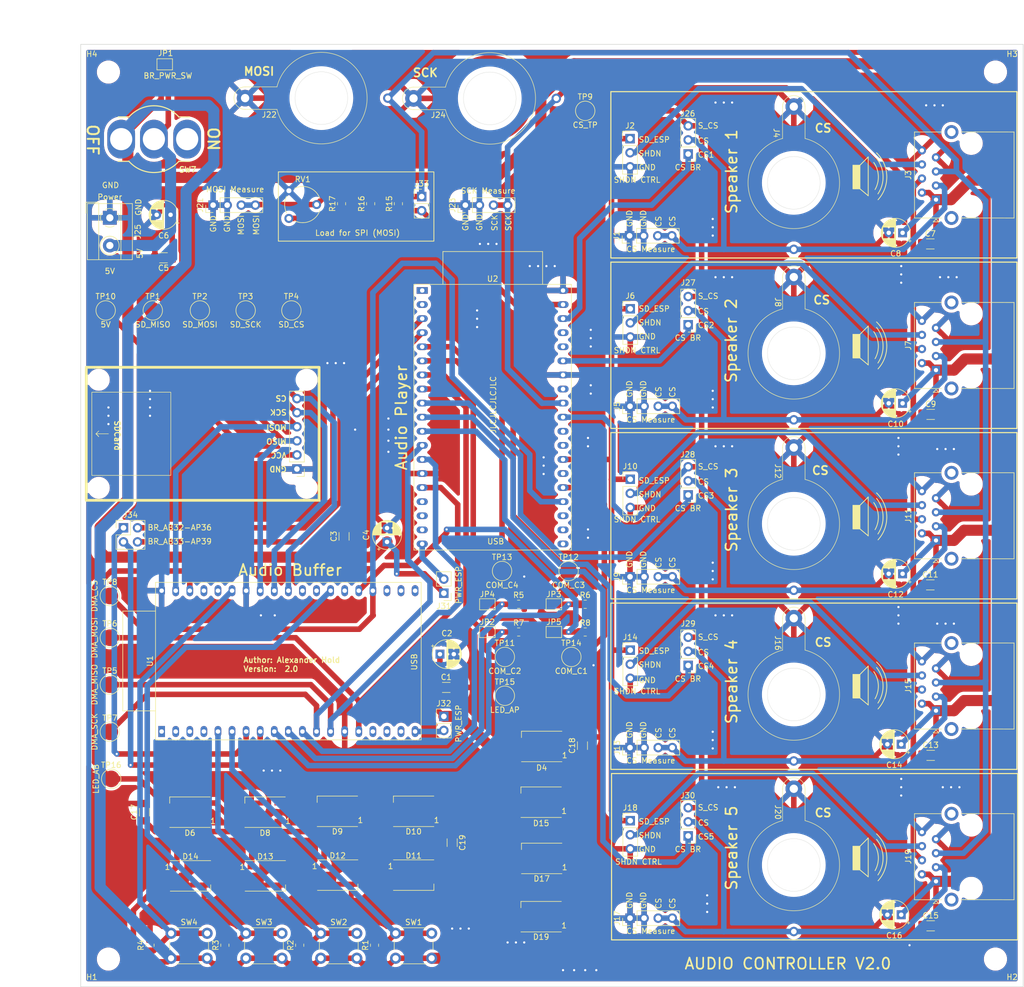
<source format=kicad_pcb>
(kicad_pcb (version 20221018) (generator pcbnew)
  (title_block (date "2023-12-01") (rev "V1.0") (comment 1 "Author: Alexander Hold"))
  (layers (0 "F.Cu" signal) (31 "B.Cu" signal) (34 "B.Paste" user) (35 "F.Paste" user) (36 "B.SilkS" user "B.Silkscreen") (37 "F.SilkS" user "F.Silkscreen") (38 "B.Mask" user) (39 "F.Mask" user) (44 "Edge.Cuts" user))
  (net 0 "")
  (net 1 "+5V")
  (net 2 "GND")
  (net 3 "/CS_1")
  (net 4 "/SCK")
  (net 5 "/MOSI")
  (net 6 "/SHUTDOWN_1")
  (net 7 "/CS_2")
  (net 8 "/SHUTDOWN_2")
  (net 9 "/CS_3")
  (net 10 "/SHUTDOWN_3")
  (net 11 "/CS_4")
  (net 12 "/SHUTDOWN_4")
  (net 13 "/CS_5")
  (net 14 "/SHUTDOWN_5")
  (net 15 "/CS")
  (net 16 "/MOSI_ESP")
  (net 17 "/BTN_1")
  (net 18 "/BTN_2")
  (net 19 "/BTN_3")
  (net 20 "/BTN_4")
  (net 21 "/SD_MISO")
  (net 22 "/SD_MOSI")
  (net 23 "/SD_SCK")
  (net 24 "/SD_CS")
  (net 25 "/DMA_MISO")
  (net 26 "/DMA_MOSI")
  (net 27 "/DMA_SCK")
  (net 28 "/DMA_CS")
  (net 31 "Net-(J25-Pin_2)")
  (net 32 "Net-(D15-DIN)")
  (net 34 "Net-(D4-DIN)")
  (net 36 "Net-(D6-DOUT)")
  (net 37 "Net-(D6-DIN)")
  (net 42 "Net-(D8-DOUT)")
  (net 45 "/MISO")
  (net 48 "/SD_ESP32")
  (net 49 "Net-(D10-DIN)")
  (net 50 "Net-(D10-DOUT)")
  (net 51 "Net-(D11-DOUT)")
  (net 66 "Net-(D12-DOUT)")
  (net 67 "Net-(D13-DOUT)")
  (net 69 "Net-(D15-DOUT)")
  (net 70 "Net-(D17-DOUT)")
  (net 72 "Net-(J26-Pin_1)")
  (net 73 "Net-(J27-Pin_1)")
  (net 74 "Net-(J28-Pin_1)")
  (net 75 "Net-(J29-Pin_1)")
  (net 76 "Net-(J30-Pin_1)")
  (net 77 "Net-(J31-Pin_2)")
  (net 78 "Net-(J32-Pin_2)")
  (net 79 "Net-(J34-Pin_1)")
  (net 80 "Net-(J34-Pin_2)")
  (net 81 "Net-(J34-Pin_3)")
  (net 82 "Net-(J34-Pin_4)")
  (net 83 "/COM_C2")
  (net 84 "/COM_C3")
  (net 85 "Net-(JP3-B)")
  (net 86 "/COM_C4")
  (net 87 "Net-(JP4-B)")
  (net 88 "/COM_C1")
  (net 92 "Net-(JP2-B)")
  (net 93 "Net-(JP5-B)")
  (footprint "TestPoint:TestPoint_Pad_D3.0mm" (layer "F.Cu") (at 135.25 152.5 90)
    (fp_text reference "TP8")
    (fp_text value "DMA_CS")
  )
  (footprint "Connector_PinHeader_2.54mm:PinHeader_1x02_P2.54mm_Vertical" (layer "F.Cu") (at 191.5 80.46)
    (fp_text reference "J33")
    (fp_text value "MOSI Bridge")
  )
  (footprint "Resistor_SMD:R_0805_2012Metric_Pad1.20x1.40mm_HandSolder" (layer "F.Cu") (at 142.5 215.5 90)
    (fp_text reference "R4")
    (fp_text value "10k")
  )
  (footprint "Library:RJ45_Amphenol_54602-x08_Horizontal_Custom" (layer "F.Cu") (at 284.275 81.015 90)
    (fp_text reference "J3")
    (fp_text value "8P8C")
  )
  (footprint "Capacitor_SMD:C_1206_3216Metric_Pad1.33x1.80mm_HandSolder" (layer "F.Cu") (at 283.3125 181.25)
    (fp_text reference "C13")
    (fp_text value "100nF")
  )
  (footprint "LED_SMD:LED_WS2812B_PLCC4_5.0x5.0mm_P3.2mm" (layer "F.Cu") (at 163.3 203)
    (fp_text reference "D13")
    (fp_text value "WS2812B")
  )
  (footprint "LED_SMD:LED_WS2812B_PLCC4_5.0x5.0mm_P3.2mm" (layer "F.Cu") (at 163.25 191.5 180)
    (fp_text reference "D8")
    (fp_text value "WS2812B")
  )
  (footprint "Library:BNC_Connector" (layer "F.Cu") (at 203.784 62.75 -90)
    (fp_text reference "J24")
    (fp_text value "SCK_Measure")
    (fp_circle (center 0 0) (end 4.75 0) (stroke (width 0.05)) (fill none) (layer "Edge.Cuts"))
  )
  (footprint "Capacitor_THT:CP_Radial_D5.0mm_P2.50mm" (layer "F.Cu") (at 278.25 87 180)
    (fp_text reference "C8")
    (fp_text value "10uF")
  )
  (footprint "Capacitor_THT:CP_Radial_D5.0mm_P2.50mm" (layer "F.Cu") (at 146.205113 83.75 180)
    (fp_text reference "C6")
    (fp_text value "10uF")
  )
  (footprint "Connector_PinHeader_2.54mm:PinHeader_1x04_P2.54mm_Vertical" (layer "F.Cu") (at 229.005 87.535 90)
    (fp_text reference "J1")
    (fp_text value "CS_1_H")
  )
  (footprint "Connector_PinHeader_2.54mm:PinHeader_2x02_P2.54mm_Vertical" (layer "F.Cu") (at 137.71 140.21)
    (fp_text reference "J34")
    (fp_text value "Pin Bridge")
  )
  (footprint "Library:BNC_Connector" (layer "F.Cu") (at 258.625 108.733 180)
    (fp_text reference "J8")
    (fp_text value "CS_2_Measure")
    (fp_circle (center 0 0) (end 4.75 0) (stroke (width 0.05)) (fill none) (layer "Edge.Cuts"))
  )
  (footprint "TerminalBlock_MetzConnect:TerminalBlock_MetzConnect_Type055_RT01502HDWU_1x02_P5.00mm_Horizontal" (layer "F.Cu") (at 135.25 84.285 -90)
    (fp_text reference "J25")
    (fp_text value "Power")
  )
  (footprint "Resistor_SMD:R_0805_2012Metric_Pad1.20x1.40mm_HandSolder" (layer "F.Cu") (at 183 215.5 90)
    (fp_text reference "R1")
    (fp_text value "10k")
  )
  (footprint "Resistor_SMD:R_0805_2012Metric_Pad1.20x1.40mm_HandSolder" (layer "F.Cu") (at 221 154)
    (fp_text reference "R6")
    (fp_text value "10k")
  )
  (footprint "LED_SMD:LED_WS2812B_PLCC4_5.0x5.0mm_P3.2mm" (layer "F.Cu") (at 190.05 191.35 180)
    (fp_text reference "D10")
    (fp_text value "WS2812B")
  )
  (footprint "Button_Switch_THT:SW_PUSH_6mm" (layer "F.Cu") (at 173.3 213.35)
    (fp_text reference "SW2")
    (fp_text value "SW_Push")
  )
  (footprint "Connector_PinHeader_2.54mm:PinHeader_1x04_P2.54mm_Vertical" (layer "F.Cu") (at 229.085 149.035 90)
    (fp_text reference "J9")
    (fp_text value "CS_3_H")
  )
  (footprint "Connector_PinHeader_2.54mm:PinHeader_1x02_P2.54mm_Vertical" (layer "F.Cu") (at 195.5 174.225)
    (fp_text reference "J32")
    (fp_text value "Power Bridge")
  )
  (footprint "TestPoint:TestPoint_Pad_D3.0mm" (layer "F.Cu") (at 135.5 185.5)
    (fp_text reference "TP16")
    (fp_text value "LED_AB")
  )
  (footprint "Library:BNC_Connector" (layer "F.Cu") (at 258.625 201.031 180)
    (fp_text reference "J20")
    (fp_text value "CS_5_Measure")
    (fp_circle (center 0 0) (end 4.75 0) (stroke (width 0.05)) (fill none) (layer "Edge.Cuts"))
  )
  (footprint "Library:BNC_Connector" (layer "F.Cu") (at 258.625 170.271 180)
    (fp_text reference "J16")
    (fp_text value "CS_4_Measure")
    (fp_circle (center 0 0) (end 4.75 0) (stroke (width 0.05)) (fill none) (layer "Edge.Cuts"))
  )
  (footprint "PCM_Espressif:ESP32-DevKitC" (layer "F.Cu") (at 191.6 97.395)
    (fp_text reference "U2")
    (fp_text value "ESP32-DevKitC" hide)
  )
  (footprint "Connector_PinHeader_2.54mm:PinHeader_1x03_P2.54mm_Vertical" (layer "F.Cu") (at 239.569 72.782 180)
    (fp_text reference "J26")
    (fp_text value "CS1_CTRL")
  )
  (footprint "Library:RJ45_Amphenol_54602-x08_Horizontal_Custom" (layer "F.Cu") (at 284.275 111.765 90)
    (fp_text reference "J7")
    (fp_text value "8P8C")
  )
  (footprint "Capacitor_SMD:C_1206_3216Metric_Pad1.33x1.80mm_HandSolder" (layer "F.Cu") (at 283.25 150.5)
    (fp_text reference "C11")
    (fp_text value "100nF")
  )
  (footprint "Connector_PinHeader_2.54mm:PinHeader_1x03_P2.54mm_Vertical" (layer "F.Cu") (at 229.125 100.705)
    (fp_text reference "J6")
    (fp_text value "SD_2_CTRL")
  )
  (footprint "Library:RJ45_Amphenol_54602-x08_Horizontal_Custom" (layer "F.Cu") (at 284.275 173.195 90)
    (fp_text reference "J15")
    (fp_text value "8P8C")
  )
  (footprint "Connector_PinHeader_2.54mm:PinHeader_1x04_P2.54mm_Vertical" (layer "F.Cu") (at 229.085 179.855 90)
    (fp_text reference "J13")
    (fp_text value "CS_4_H")
  )
  (footprint "LED_SMD:LED_WS2812B_PLCC4_5.0x5.0mm_P3.2mm" (layer "F.Cu") (at 149.8 203)
    (fp_text reference "D14")
    (fp_text value "WS2812B")
  )
  (footprint "Resistor_SMD:R_0805_2012Metric_Pad1.20x1.40mm_HandSolder" (layer "F.Cu") (at 187.3 81.75 90)
    (fp_text reference "R15")
    (fp_text value "R")
  )
  (footprint "Connector_PinHeader_2.54mm:PinHeader_1x04_P2.54mm_Vertical" (layer "F.Cu") (at 153.88 82 90)
    (fp_text reference "J21")
    (fp_text value "MOSI_H")
  )
  (footprint "Jumper:SolderJumper-2_P1.3mm_Open_Pad1.0x1.5mm" (layer "F.Cu") (at 203.35 154)
    (fp_text reference "JP4")
    (fp_text value "SJ_C_C4")
  )
  (footprint "Resistor_SMD:R_0805_2012Metric_Pad1.20x1.40mm_HandSolder" (layer "F.Cu") (at 169.5 215.5 90)
    (fp_text reference "R2")
    (fp_text value "10k")
  )
  (footprint "PCM_Espressif:ESP32-DevKitC" (layer "F.Cu") (at 144.59656 176.95 90)
    (fp_text reference "U1")
    (fp_text value "ESP32-DevKitC" hide)
  )
  (footprint "TestPoint:TestPoint_Pad_D3.0mm" (layer "F.Cu") (at 134.5 101)
    (fp_text reference "TP10")
    (fp_text value "5V")
  )
  (footprint "TestPoint:TestPoint_Pad_D3.0mm" (layer "F.Cu") (at 135.25 168.5 90)
    (fp_text reference "TP5")
    (fp_text value "DMA_MISO")
  )
  (footprint "Button_Switch_THT:SW_PUSH_6mm" (layer "F.Cu") (at 159.8 213.35)
    (fp_text reference "SW3")
    (fp_text value "SW_Push")
  )
  (footprint "LED_SMD:LED_WS2812B_PLCC4_5.0x5.0mm_P3.2mm" (layer "F.Cu") (at 190.05 202.85)
    (fp_text reference "D11")
    (fp_text value "WS2812B")
  )
  (footprint "TestPoint:TestPoint_Pad_D3.0mm" (layer "F.Cu") (at 135.25 160.035 90)
    (fp_text reference "TP6")
    (fp_text value "DMA_MOSI")
  )
  (footprint "Button_Switch_THT:SW_PUSH_6mm" (layer "F.Cu") (at 186.8 213.35)
    (fp_text reference "SW1")
    (fp_text value "SW_Push")
  )
  (footprint "LED_SMD:LED_WS2812B_PLCC4_5.0x5.0mm_P3.2mm" (layer "F.Cu") (at 176.3 191.35 180)
    (fp_text reference "D9")
    (fp_text value "WS2812B")
  )
  (footprint "Button_Switch_THT:SW_PUSH_6mm" (layer "F.Cu") (at 146.3 213.35)
    (fp_text reference "SW4")
    (fp_text value "SW_Push")
  )
  (footprint "TestPoint:TestPoint_Pad_D3.0mm" (layer "F.Cu") (at 206.5 163.5)
    (fp_text reference "TP11")
    (fp_text value "COM_C2")
  )
  (footprint "Capacitor_THT:CP_Radial_D5.0mm_P2.50mm" (layer "F.Cu") (at 278 179.25 180)
    (fp_text reference "C14")
    (fp_text value "10uF")
  )
  (footprint "Connector_PinHeader_2.54mm:PinHeader_1x03_P2.54mm_Vertical" (layer "F.Cu") (at 229.125 131.455)
    (fp_text reference "J10")
    (fp_text value "SD_3_CTRL")
  )
  (footprint "Capacitor_THT:CP_Radial_D5.0mm_P2.50mm" (layer "F.Cu") (at 278.25 148.5 180)
    (fp_text reference "C12")
    (fp_text value "10uF")
  )
  (footprint "MountingHole:MountingHole_3.2mm_M3" (layer "F.Cu") (at 295 58)
    (fp_text reference "H3")
    (fp_text value "MountingHole")
  )
  (footprint "LED_SMD:LED_WS2812B_PLCC4_5.0x5.0mm_P3.2mm" (layer "F.Cu") (at 213.05 210.35 180)
    (fp_text reference "D19")
    (fp_text value "WS2812B")
  )
  (footprint "Capacitor_SMD:C_1206_3216Metric_Pad1.33x1.80mm_HandSolder" (layer "F.Cu") (at 141.5 191.5 90)
    (fp_text reference "C17")
    (fp_text value "100nF")
  )
  (footprint "MountingHole:MountingHole_3.2mm_M3" (layer "F.Cu") (at 295 218)
    (fp_text reference "H2")
    (fp_text value "MountingHole")
  )
  (footprint "Capacitor_THT:CP_Radial_D5.0mm_P2.50mm" (layer "F.Cu") (at 278.25 117.75 180)
    (fp_text reference "C10")
    (fp_text value "10uF")
  )
  (footprint "Connector_PinHeader_2.54mm:PinHeader_1x04_P2.54mm_Vertical" (layer "F.Cu") (at 229.085 118.285 90)
    (fp_text reference "J5")
    (fp_text value "CS_2_H")
  )
  (footprint "Library:BNC_Connector" (layer "F.Cu") (at 258.625 77.983 180)
    (fp_text reference "J4")
    (fp_text value "CS_1_Measure")
    (fp_circle (center 0 0) (end 4.75 0) (stroke (width 0.05)) (fill none) (layer "Edge.Cuts"))
  )
  (footprint "Resistor_SMD:R_0805_2012Metric_Pad1.20x1.40mm_HandSolder" (layer "F.Cu") (at 156 215.5 90)
    (fp_text reference "R3")
    (fp_text value "10k")
  )
  (footprint "MountingHole:MountingHole_3.2mm_M3" (layer "F.Cu") (at 135 218)
    (fp_text reference "H1")
    (fp_text value "MountingHole")
  )
  (footprint "Capacitor_SMD:C_1206_3216Metric_Pad1.33x1.80mm_HandSolder" (layer "F.Cu") (at 283.25 89)
    (fp_text reference "C7")
    (fp_text value "100nF")
  )
  (footprint "TestPoint:TestPoint_Pad_D3.0mm" (layer "F.Cu") (at 168 101)
    (fp_text reference "TP4")
    (fp_text value "SD_CS")
  )
  (footprint "TestPoint:TestPoint_Pad_D3.0mm" (layer "F.Cu") (at 206 148)
    (fp_text reference "TP13")
    (fp_text value "COM_C4")
  )
  (footprint "Jumper:SolderJumper-2_P1.3mm_Open_Pad1.0x1.5mm" (layer "F.Cu") (at 215.35 159)
    (fp_text reference "JP5")
    (fp_text value "SJ_C_C1")
  )
  (footprint "Connector_PinHeader_2.54mm:PinHeader_1x04_P2.54mm_Vertical" (layer "F.Cu") (at 199.38 82 90)
    (fp_text reference "J23")
    (fp_text value "SCK_H")
  )
  (footprint "Capacitor_SMD:C_1206_3216Metric_Pad1.33x1.80mm_HandSolder" (layer "F.Cu") (at 220.5 179.5 90)
    (fp_text reference "C18")
    (fp_text value "100nF")
  )
  (footprint "Resistor_SMD:R_0805_2012Metric_Pad1.20x1.40mm_HandSolder" (layer "F.Cu") (at 209 154)
    (fp_text reference "R5")
    (fp_text value "10k")
  )
  (footprint "Connector_PinHeader_2.54mm:PinHeader_1x02_P2.54mm_Vertical" (layer "F.Cu") (at 195.5 152 180)
    (fp_text reference "J31")
    (fp_text value "Power Bridge")
  )
  (footprint "Connector_PinHeader_2.54mm:PinHeader_1x04_P2.54mm_Vertical" (layer "F.Cu") (at 229.085 210.615 90)
    (fp_text reference "J17")
    (fp_text value "CS_5_H")
  )
  (footprint "Capacitor_SMD:C_1206_3216Metric_Pad1.33x1.80mm_HandSolder" (layer "F.Cu") (at 195.9375 169)
    (fp_text reference "C1")
    (fp_text value "100nF")
  )
  (footprint "Connector_PinHeader_2.54mm:PinHeader_1x03_P2.54mm_Vertical" (layer "F.Cu") (at 229.125 162.275)
    (fp_text reference "J14")
    (fp_text value "SD_4_CTRL")
  )
  (footprint "MountingHole:MountingHole_3.2mm_M3" (layer "F.Cu") (at 135 58)
    (fp_text reference "H4")
    (fp_text value "MountingHole")
  )
  (footprint "Capacitor_SMD:C_1206_3216Metric_Pad1.33x1.80mm_HandSolder" (layer "F.Cu") (at 144.9375 91.5 180)
    (fp_text reference "C5")
    (fp_text value "100nF")
  )
  (footprint "Capacitor_SMD:C_1206_3216Metric_Pad1.33x1.80mm_HandSolder" (layer "F.Cu") (at 177.5 141.75 90)
    (fp_text reference "C3")
    (fp_text value "100nF")
  )
  (footprint "Connector_PinHeader_2.54mm:PinHeader_1x03_P2.54mm_Vertical" (layer "F.Cu") (at 239.569 103.572 180)
    (fp_text reference "J27")
    (fp_text value "CS2_CTRL")
  )
  (footprint "TestPoint:TestPoint_Pad_D3.0mm" (layer "F.Cu") (at 151.5 101)
    (fp_text reference "TP2")
    (fp_text value "SD_MOSI")
  )
  (footprint "TestPoint:TestPoint_Pad_D3.0mm" (layer "F.Cu") (at 135.25 177 90)
    (fp_text reference "TP7")
    (fp_text value "DMA_SCK")
  )
  (footprint "Library:RJ45_Amphenol_54602-x08_Horizontal_Custom" (layer "F.Cu") (at 284.275 203.98 90)
    (fp_text reference "J19")
    (fp_text value "8P8C")
  )
  (footprint "Resistor_SMD:R_0805_2012Metric_Pad1.20x1.40mm_HandSolder" (layer "F.Cu") (at 182.3 81.75 90)
    (fp_text reference "R16")
    (fp_text value "R")
  )
  (footprint "Library:SD-Card_Adapter" (layer "F.Cu") (at 167 123.25 180)
    (fp_text reference "SD_Card_Reader1" hide)
    (fp_text value "~")
  )
  (footprint "Capacitor_THT:CP_Radial_D5.0mm_P2.50mm" (layer "F.Cu") (at 278 210 180)
    (fp_text reference "C16")
    (fp_text value "10uF")
  )
  (footprint "Resistor_SMD:R_0805_2012Metric_Pad1.20x1.40mm_HandSolder" (layer "F.Cu") (at 177.05 81.75 90)
    (fp_text reference "R17")
    (fp_text value "R")
  )
  (footprint "TestPoint:TestPoint_Pad_D3.0mm" (layer "F.Cu") (at 206.5 170.5)
    (fp_text reference "TP15")
    (fp_text value "LED_AP")
  )
  (footprint "Library:RJ45_Amphenol_54602-x08_Horizontal_Custom" (layer "F.Cu") (at 284.275 142.48 90)
    (fp_text reference "J11")
    (fp_text value "8P8C")
  )
  (footprint "TestPoint:TestPoint_Pad_D3.0mm" (layer "F.Cu") (at 143 101)
    (fp_text reference "TP1")
    (fp_text value "SD_MISO")
  )
  (footprint "Connector_PinHeader_2.54mm:PinHeader_1x03_P2.54mm_Vertical" (layer "F.Cu") (at 239.569 165.032 180)
    (fp_text reference "J29")
    (fp_text value "CS4_CTRL")
  )
  (footprint "Jumper:SolderJumper-2_P1.3mm_Open_Pad1.0x1.5mm" (layer "F.Cu") (at 215.35 154)
    (fp_text reference "JP3")
    (fp_text value "SJ_C_C3")
  )
  (footprint "TestPoint:TestPoint_Pad_D3.0mm" (layer "F.Cu") (at 221 65)
    (fp_text reference "TP9")
    (fp_text value "CS_TP")
  )
  (footprint "TestPoint:TestPoint_Pad_D3.0mm" (layer "F.Cu") (at 218 148)
    (fp_text reference "TP12")
    (fp_text value "COM_C3")
  )
  (footprint "Jumper:SolderJumper-2_P1.3mm_Open_Pad1.0x1.5mm" (layer "F.Cu") (at 145.15 56.6 180)
    (fp_text reference "JP1")
    (fp_text value "PWR_JMP")
  )
  (footprint "Library:Goobay10020" (layer "F.Cu") (at 143.2 70.1)
    (fp_text reference "SW7")
    (fp_text value "POWER_SW")
  )
  (footprint "Resistor_SMD:R_0805_2012Metric_Pad1.20x1.40mm_HandSolder" (layer "F.Cu") (at 221 159)
    (fp_text reference "R8")
    (fp_text value "10k")
  )
  (footprint "Capacitor_SMD:C_1206_3216Metric_Pad1.33x1.80mm_HandSolder" (layer "F.Cu") (at 283.3125 212)
    (fp_text reference "C15")
    (fp_text value "100nF")
  )
  (footprint "Potentiometer_THT:Potentiometer_Piher_PT-6-V_Vertical" (layer "F.Cu") (at 167.55 84.4)
    (fp_text reference "RV1")
    (fp_text value "R_MOSI")
  )
  (footprint "LED_SMD:LED_WS2812B_PLCC4_5.0x5.0mm_P3.2mm" (layer "F.Cu") (at 213.05 189.7 180)
    (fp_text reference "D15")
    (fp_text value "WS2812B")
  )
  (footprint "Capacitor_THT:CP_Radial_D5.0mm_P2.50mm" (layer "F.Cu") (at 194.794887 163)
    (fp_text reference "C2")
    (fp_text value "10uF")
  )
  (footprint "Jumper:SolderJumper-2_P1.3mm_Open_Pad1.0x1.5mm" (layer "F.Cu") (at 203.35 159)
    (fp_text reference "JP2")
    (fp_text value "SJ_C_C2")
  )
  (footprint "Connector_PinHeader_2.54mm:PinHeader_1x03_P2.54mm_Vertical" (layer "F.Cu") (at 229.125 193.035)
    (fp_text reference "J18")
    (fp_text value "SD_5_CTRL")
  )
  (footprint "Capacitor_THT:CP_Radial_D5.0mm_P2.50mm" (layer "F.Cu") (at 185.25 142.75 90)
    (fp_text reference "C4")
    (fp_text value "10uF")
  )
  (footprint "Connector_PinHeader_2.54mm:PinHeader_1x03_P2.54mm_Vertical" (layer "F.Cu") (at 239.569 195.782 180)
    (fp_text reference "J30")
    (fp_text value "CS5_CTRL")
  )
  (footprint "Library:BNC_Connector" (layer "F.Cu") (at 173.4 62.7 -90)
    (fp_text reference "J22")
    (fp_text value "MOSI_Measure")
    (fp_circle (center 0 0) (end 4.75 0) (stroke (width 0.05)) (fill none) (layer "Edge.Cuts"))
  )
  (footprint "LED_SMD:LED_WS2812B_PLCC4_5.0x5.0mm_P3.2mm" (layer "F.Cu") (at 149.7 191.5 180)
    (fp_text reference "D6")
    (fp_text value "WS2812B")
  )
  (footprint "LED_SMD:LED_WS2812B_PLCC4_5.0x5.0mm_P3.2mm" (layer "F.Cu") (at 176.35 202.85)
    (fp_text reference "D12")
    (fp_text value "WS2812B")
  )
  (footprint "Resistor_SMD:R_0805_2012Metric_Pad1.20x1.40mm_HandSolder" (layer "F.Cu") (at 209 159)
    (fp_text reference "R7")
    (fp_text value "10k")
  )
  (footprint "Connector_PinHeader_2.54mm:PinHeader_1x03_P2.54mm_Vertical" (layer "F.Cu") (at 229.085 70.01)
    (fp_text reference "J2")
    (fp_text value "SD_1_CTRL")
  )
  (footprint "Capacitor_SMD:C_1206_3216Metric_Pad1.33x1.80mm_HandSolder" (layer "F.Cu") (at 197 197 -90)
    (fp_text reference "C19")
    (fp_text value "100nF")
  )
  (footprint "TestPoint:TestPoint_Pad_D3.0mm" (layer "F.Cu") (at 218.5 163.5)
    (fp_text reference "TP14")
    (fp_text value "COM_C1")
  )
  (footprint "Library:BNC_Connector" (layer "F.Cu") (at 258.625 139.483 180)
    (fp_text reference "J12")
    (fp_text value "CS_3_Measure")
    (fp_circle (center 0 0) (end 4.75 0) (stroke (width 0.05)) (fill none) (layer "Edge.Cuts"))
  )
  (footprint "LED_SMD:LED_WS2812B_PLCC4_5.0x5.0mm_P3.2mm" (layer "F.Cu") (at 213.15 179.65 180)
    (fp_text reference "D4")
    (fp_text value "WS2812B")
  )
  (footprint "LED_SMD:LED_WS2812B_PLCC4_5.0x5.0mm_P3.2mm" (layer "F.Cu") (at 213.15 199.85 180)
    (fp_text reference "D17")
    (fp_text value "WS2812B")
  )
  (footprint "Capacitor_SMD:C_1206_3216Metric_Pad1.33x1.80mm_HandSolder" (layer "F.Cu") (at 283.3125 119.75)
    (fp_text reference "C9")
    (fp_text value "100nF")
  )
  (footprint "Connector_PinHeader_2.54mm:PinHeader_1x03_P2.54mm_Vertical" (layer "F.Cu") (at 239.569 134.282 180)
    (fp_text reference "J28")
    (fp_text value "CS3_CTRL")
  )
  (footprint "TestPoint:TestPoint_Pad_D3.0mm" (layer "F.Cu") (at 159.75 101)
    (fp_text reference "TP3")
    (fp_text value "SD_SCK")
  )
  (gr_rect (start 269.299398 166.657) (end 270.549398 170.907) (stroke (width 0.15)) (fill solid) (layer "F.SilkS"))
  (gr_arc (start 273.549398 165.407) (mid 274.722514 168.574778) (end 273.794553 171.82284) (stroke (width 0.15)) (layer "F.SilkS"))
  (gr_arc (start 273.049398 166.157) (mid 273.871674 168.564248) (end 273.281888 171.038744) (stroke (width 0.15)) (layer "F.SilkS"))
  (gr_rect (start 269.299398 197.657) (end 270.549398 201.907) (stroke (width 0.15)) (fill solid) (layer "F.SilkS"))
  (gr_line (start 270.549398 136.157) (end 272.049398 134.657) (stroke (width 0.15)) (layer "F.SilkS"))
  (gr_line (start 272.049398 110.819028) (end 270.549398 109.569028) (stroke (width 0.15)) (layer "F.SilkS"))
  (gr_arc (start 273.549398 133.907) (mid 275.395748 138.087972) (end 273.819 142.37789) (stroke (width 0.15)) (layer "F.SilkS"))
  (gr_arc (start 273.049398 74.31111) (mid 273.871674 76.718358) (end 273.281888 79.192854) (stroke (width 0.15)) (layer "F.SilkS"))
  (gr_line (start 272.049398 80.31111) (end 270.549398 79.06111) (stroke (width 0.15)) (layer "F.SilkS"))
  (gr_arc (start 273.549398 195.407) (mid 275.395748 199.587972) (end 273.819 203.87789) (stroke (width 0.15)) (layer "F.SilkS"))
  (gr_arc (start 273.549398 103.069028) (mid 275.395748 107.25) (end 273.819 111.539918) (stroke (width 0.15)) (layer "F.SilkS"))
  (gr_line (start 270.549398 166.657) (end 272.049398 165.157) (stroke (width 0.15)) (layer "F.SilkS"))
  (gr_rect (start 225.625 92.285) (end 298.875 122.285) (stroke (width 0.2)) (fill none) (layer "F.SilkS"))
  (gr_rect (start 269.299398 105.319028) (end 270.549398 109.569028) (stroke (width 0.15)) (fill solid) (layer "F.SilkS"))
  (gr_line (start 272.049398 134.657) (end 272.049398 141.657) (stroke (width 0.15)) (layer "F.SilkS"))
  (gr_line (start 272.049398 165.157) (end 272.049398 172.157) (stroke (width 0.15)) (layer "F.SilkS"))
  (gr_line (start 272.049398 141.657) (end 270.549398 140.407) (stroke (width 0.15)) (layer "F.SilkS"))
  (gr_rect (start 225.75 184.535) (end 299 214.535) (stroke (width 0.2)) (fill none) (layer "F.SilkS"))
  (gr_arc (start 273.549398 73.56111) (mid 274.722514 76.728888) (end 273.794553 79.97695) (stroke (width 0.15)) (layer "F.SilkS"))
  (gr_rect (start 269.299398 74.81111) (end 270.549398 79.06111) (stroke (width 0.15)) (fill solid) (layer "F.SilkS"))
  (gr_arc (start 273.549398 104.069028) (mid 274.722514 107.236806) (end 273.794553 110.484868) (stroke (width 0.15)) (layer "F.SilkS"))
  (gr_arc (start 273.549398 134.907) (mid 274.722514 138.074778) (end 273.794553 141.32284) (stroke (width 0.15)) (layer "F.SilkS"))
  (gr_line (start 270.549398 74.81111) (end 272.049398 73.31111) (stroke (width 0.15)) (layer "F.SilkS"))
  (gr_rect (start 269.299398 136.157) (end 270.549398 140.407) (stroke (width 0.15)) (fill solid) (layer "F.SilkS"))
  (gr_rect (start 165.65 76) (end 193.7 88.5) (stroke (width 0.15)) (fill none) (layer "F.SilkS"))
  (gr_line (start 270.549398 197.657) (end 272.049398 196.157) (stroke (width 0.15)) (layer "F.SilkS"))
  (gr_rect (start 225.625 61.535) (end 298.875 91.535) (stroke (width 0.2)) (fill none) (layer "F.SilkS"))
  (gr_line (start 270.549398 105.319028) (end 272.049398 103.819028) (stroke (width 0.15)) (layer "F.SilkS"))
  (gr_rect (start 225.625 123.035) (end 298.875 153.035) (stroke (width 0.2)) (fill none) (layer "F.SilkS"))
  (gr_line (start 272.049398 172.157) (end 270.549398 170.907) (stroke (width 0.15)) (layer "F.SilkS"))
  (gr_line (start 272.049398 196.157) (end 272.049398 203.157) (stroke (width 0.15)) (layer "F.SilkS"))
  (gr_line (start 272.049398 103.819028) (end 272.049398 110.819028) (stroke (width 0.15)) (layer "F.SilkS"))
  (gr_arc (start 273.549398 196.407) (mid 274.722514 199.574778) (end 273.794553 202.82284) (stroke (width 0.15)) (layer "F.SilkS"))
  (gr_arc (start 273.049398 197.157) (mid 273.871674 199.564248) (end 273.281888 202.038744) (stroke (width 0.15)) (layer "F.SilkS"))
  (gr_line (start 272.049398 203.157) (end 270.549398 201.907) (stroke (width 0.15)) (layer "F.SilkS"))
  (gr_line (start 272.049398 73.31111) (end 272.049398 80.31111) (stroke (width 0.15)) (layer "F.SilkS"))
  (gr_arc (start 273.049398 135.657) (mid 273.871674 138.064248) (end 273.281888 140.538744) (stroke (width 0.15)) (layer "F.SilkS"))
  (gr_rect (start 225.625 153.785) (end 298.875 183.785) (stroke (width 0.2)) (fill none) (layer "F.SilkS"))
  (gr_arc (start 273.549398 72.56111) (mid 275.395748 76.742082) (end 273.819 81.032) (stroke (width 0.15)) (layer "F.SilkS"))
  (gr_arc (start 273.049398 104.819028) (mid 273.871674 107.226276) (end 273.281888 109.700772) (stroke (width 0.15)) (layer "F.SilkS"))
  (gr_arc (start 273.549398 164.407) (mid 275.395748 168.587972) (end 273.819 172.87789) (stroke (width 0.15)) (layer "F.SilkS"))
  (gr_rect (start 130 53) (end 300 223) (stroke (width 0.1)) (fill none) (layer "Edge.Cuts"))
  (gr_text "USB" (at 190.75 166 90) (layer "F.SilkS") (effects (font (size 1 1)) (justify left bottom)))
  (gr_text "Author: Alexander Hold\nVersion:  2.0" (at 159.25 166.25) (layer "F.SilkS") (effects (font (size 1 1) (thickness 0.2) bold) (justify left bottom)))
  (gr_text "SHDN CTRL" (at 226.069 139.282) (layer "F.SilkS") (effects (font (size 1 1)) (justify left bottom)))
  (gr_text "GND" (at 229.569 86.032 90) (layer "F.SilkS") (effects (font (size 1 1)) (justify left bottom)))
  (gr_text "GND" (at 230.569 106.282) (layer "F.SilkS") (effects (font (size 1 1)) (justify left bottom)))
  (gr_text "BR_AB32-AP36" (at 142 140.75) (layer "F.SilkS") (effects (font (size 1 1)) (justify left bottom)))
  (gr_text "CS" (at 241.25 194) (layer "F.SilkS") (effects (font (size 1 1)) (justify left bottom)))
  (gr_text "CS BR" (at 237.069 75.782) (layer "F.SilkS") (effects (font (size 1 1)) (justify left bottom)))
  (gr_text "CS5" (at 241.25 196.5) (layer "F.SilkS") (effects (font (size 1 1)) (justify left bottom)))
  (gr_text "S_CS" (at 241.25 68.25) (layer "F.SilkS") (effects (font (size 1 1)) (justify left bottom)))
  (gr_text "SD_ESP" (at 230.569 163) (layer "F.SilkS") (effects (font (size 1 1)) (justify left bottom)))
  (gr_text "GND" (at 230.569 137.282) (layer "F.SilkS") (effects (font (size 1 1)) (justify left bottom)))
  (gr_text "CS" (at 237.319 116.782 90) (layer "F.SilkS") (effects (font (size 1 1)) (justify left bottom)))
  (gr_text "CS Measure" (at 228.319 152.032) (layer "F.SilkS") (effects (font (size 1 1)) (justify left bottom)))
  (gr_text "CS" (at 234.819 209.032 90) (layer "F.SilkS") (effects (font (size 1 1)) (justify left bottom)))
  (gr_text "CS" (at 262.25 69) (layer "F.SilkS") (effects (font (size 1.5 1.5) (thickness 0.3) bold) (justify left bottom)))
  (gr_text "CS BR" (at 237.069 168.032) (layer "F.SilkS") (effects (font (size 1 1)) (justify left bottom)))
  (gr_text "OFF" (at 131 67.25 270) (layer "F.SilkS") (effects (font (size 2 2) (thickness 0.35) bold) (justify left bottom)))
  (gr_text "BR_PWR_SW" (at 141.25 59.25) (layer "F.SilkS") (effects (font (size 1 1)) (justify left bottom)))
  (gr_text "PWR_ESP" (at 198.75 154 90) (layer "F.SilkS") (effects (font (size 1 1)) (justify left bottom)))
  (gr_text "CS" (at 241.25 71) (layer "F.SilkS") (effects (font (size 1 1)) (justify left bottom)))
  (gr_text "CS" (at 241.25 132.5) (layer "F.SilkS") (effects (font (size 1 1)) (justify left bottom)))
  (gr_text "GND" (at 133.75 79) (layer "F.SilkS") (effects (font (size 1 1)) (justify left bottom)))
  (gr_text "BR_AB33-AP39" (at 142 143.25) (layer "F.SilkS") (effects (font (size 1 1)) (justify left bottom)))
  (gr_text "GND" (at 202.5 86.75 90) (layer "F.SilkS") (effects (font (size 1 1)) (justify left bottom)))
  (gr_text "CS" (at 234.819 178.282 90) (layer "F.SilkS") (effects (font (size 1 1)) (justify left bottom)))
  (gr_text "PWR_ESP" (at 198.75 179 90) (layer "F.SilkS") (effects (font (size 1 1)) (justify left bottom)))
  (gr_text "GND" (at 232.069 86.032 90) (layer "F.SilkS") (effects (font (size 1 1)) (justify left bottom)))
  (gr_text "MOSI" (at 159.25 58.75) (layer "F.SilkS") (effects (font (size 1.5 1.5) (thickness 0.3) bold) (justify left bottom)))
  (gr_text "GND" (at 229.569 178.282 90) (layer "F.SilkS") (effects (font (size 1 1)) (justify left bottom)))
  (gr_text "CS" (at 241.25 101.75) (layer "F.SilkS") (effects (font (size 1 1)) (justify left bottom)))
  (gr_text "CS Measure" (at 228.319 90.532) (layer "F.SilkS") (effects (font (size 1 1)) (justify left bottom)))
  (gr_text "SD_ESP" (at 230.569 193.782) (layer "F.SilkS") (effects (font (size 1 1)) (justify left bottom)))
  (gr_text "SHDN" (at 230.569 103.782) (layer "F.SilkS") (effects (font (size 1 1)) (justify left bottom)))
  (gr_text "SCK" (at 205.25 86.75 90) (layer "F.SilkS") (effects (font (size 1 1)) (justify left bottom)))
  (gr_text "CS" (at 237.319 178.282 90) (layer "F.SilkS") (effects (font (size 1 1)) (justify left bottom)))
  (gr_text "S_CS" (at 241.25 129.75) (layer "F.SilkS") (effects (font (size 1 1)) (justify left bottom)))
  (gr_text "GND" (at 230.569 75.782) (layer "F.SilkS") (effects (font (size 1 1)) (justify left bottom)))
  (gr_text "SD_ESP" (at 230.569 101.282) (layer "F.SilkS") (effects (font (size 1 1)) (justify left bottom)))
  (gr_text "GND" (at 232.069 116.782 90) (layer "F.SilkS") (effects (font (size 1 1)) (justify left bottom)))
  (gr_text "Speaker 1" (at 248.569 83.782 90) (layer "F.SilkS") (effects (font (size 2 2) (thickness 0.3)) (justify left bottom)))
  (gr_text "5V" (at 134.25 94.5) (layer "F.SilkS") (effects (font (size 1 1)) (justify left bottom)))
  (gr_text "GND" (at 230.569 198.782) (layer "F.SilkS") (effects (font (size 1 1)) (justify left bottom)))
  (gr_text "Audio Buffer\n" (at 158.25 149) (layer "F.SilkS") (effects (font (size 2 2) (thickness 0.3)) (justify left bottom)))
  (gr_text "GND" (at 232.069 178.282 90) (layer "F.SilkS") (effects (font (size 1 1)) (justify left bottom)))
  (gr_text "CS" (at 261.75 130.75) (layer "F.SilkS") (effects (font (size 1.5 1.5) (thickness 0.3) bold) (justify left bottom)))
  (gr_text "Speaker 4" (at 248.569 175.782 90) (layer "F.SilkS") (effects (font (size 2 2) (thickness 0.3)) (justify left bottom)))
  (gr_text "Load for SPI (MOSI)" (at 172.2 87.6) (layer "F.SilkS") (effects (font (size 1 1)) (justify left bottom)))
  (gr_text "SD_ESP" (at 230.569 132.282) (layer "F.SilkS") (effects (font (size 1 1)) (justify left bottom)))
  (gr_text "CS BR" (at 237.069 198.782) (layer "F.SilkS") (effects (font (size 1 1)) (justify left bottom)))
  (gr_text "SHDN" (at 230.569 134.782) (layer "F.SilkS") (effects (font (size 1 1)) (justify left bottom)))
  (gr_text "CS" (at 237.319 86.032 90) (layer "F.SilkS") (effects (font (size 1 1)) (justify left bottom)))
  (gr_text "SCK" (at 189.75 59) (layer "F.SilkS") (effects (font (size 1.5 1.5) (thickness 0.3) bold) (justify left bottom)))
  (gr_text "GND" (at 157 87 90) (layer "F.SilkS") (effects (font (size 1 1)) (justify left bottom)))
  (gr_text "SHDN" (at 230.569 196.282) (layer "F.SilkS") (effects (font (size 1 1)) (justify left bottom)))
  (gr_text "S_CS" (at 241.25 99) (layer "F.SilkS") (effects (font (size 1 1)) (justify left bottom)))
  (gr_text "Speaker 3" (at 248.569 144.782 90) (layer "F.SilkS") (effects (font (size 2 2) (thickness 0.3)) (justify left bottom)))
  (gr_text "CS" (at 241.25 163.25) (layer "F.SilkS") (effects (font (size 1 1)) (justify left bottom)))
  (gr_text "S_CS" (at 241.25 160.5) (layer "F.SilkS") (effects (font (size 1 1)) (justify left bottom)))
  (gr_text "CS BR" (at 237.069 106.532) (layer "F.SilkS") (effects (font (size 1 1)) (justify left bottom)))
  (gr_text "CS BR" (at 237.069 137.282) (layer "F.SilkS") (effects (font (size 1 1)) (justify left bottom)))
  (gr_text "MOSI Measure" (at 152.5 79.75) (layer "F.SilkS") (effects (font (size 1 1)) (justify left bottom)))
  (gr_text "CS" (at 234.819 116.782 90) (layer "F.SilkS") (effects (font (size 1 1)) (justify left bottom)))
  (gr_text "SHDN" (at 230.569 73.282) (layer "F.SilkS") (effects (font (size 1 1)) (justify left bottom)))
  (gr_text "SCK Measure" (at 198.5 80) (layer "F.SilkS") (effects (font (size 1 1)) (justify left bottom)))
  (gr_text "5V" (at 141.25 91.75 90) (layer "F.SilkS") (effects (font (size 1 1)) (justify left bottom)))
  (gr_text "CS1" (at 241.25 73.5) (layer "F.SilkS") (effects (font (size 1 1)) (justify left bottom)))
  (gr_text "GND" (at 229.569 209.032 90) (layer "F.SilkS") (effects (font (size 1 1)) (justify left bottom)))
  (gr_text "GND" (at 154.5 87 90) (layer "F.SilkS") (effects (font (size 1 1)) (justify left bottom)))
  (gr_text "GND" (at 141 84 90) (layer "F.SilkS") (effects (font (size 1 1)) (justify left bottom)))
  (gr_text "JLCJLCJLCJLC" (at 205 123.25 90) (layer "F.SilkS") (effects (font (size 1 1)) (justify left bottom)))
  (gr_text "MOSI" (at 162.25 87.5 90) (layer "F.SilkS") (effects (font (size 1 1)) (justify left bottom)))
  (gr_text "CS" (at 262 100) (layer "F.SilkS") (effects (font (size 1.5 1.5) (thickness 0.3) bold) (justify left bottom)))
  (gr_text "CS Measure" (at 228.319 182.782) (layer "F.SilkS") (effects (font (size 1 1)) (justify left bottom)))
  (gr_text "CS" (at 262.25 161.75) (layer "F.SilkS") (effects (font (size 1.5 1.5) (thickness 0.3) bold) (justify left bottom)))
  (gr_text "SHDN" (at 230.569 165.5) (layer "F.SilkS") (effects (font (size 1 1)) (justify left bottom)))
  (gr_text "SHDN CTRL" (at 226.069 78.032) (layer "F.SilkS") (effects (font (size 1 1)) (justify left bottom)))
  (gr_text "AUDIO CONTROLLER V2.0" (at 238.75 220) (layer "F.SilkS") (effects (font (size 2 2) (thickness 0.3)) (justify left bottom)))
  (gr_text "Audio Player" (at 189 130 90) (layer "F.SilkS") (effects (font (size 2 2) (thickness 0.3)) (justify left bottom)))
  (gr_text "CS" (at 234.819 147.532 90) (layer "F.SilkS") (effects (font (size 1 1)) (justify left bottom)))
  (gr_text "SD_ESP" (at 230.569 70.782) (layer "F.SilkS") (effects (font (size 1 1)) (justify left bottom)))
  (gr_text "CS2" (at 241.25 104.25) (layer "F.SilkS") (effects (font (size 1 1)) (justify left bottom)))
  (gr_text "SCK" (at 207.75 86.75 90) (layer "F.SilkS") (effects (font (size 1 1)) (justify left bottom)))
  (gr_text "Speaker 5" (at 248.569 205.782 90) (layer "F.SilkS") (effects (font (size 2 2) (thickness 0.3)) (justify left bottom)))
  (gr_text "S_CS" (at 241.25 191.25) (layer "F.SilkS") (effects (font (size 1 1)) (justify left bottom)))
  (gr_text "GND" (at 229.569 116.782 90) (layer "F.SilkS") (effects (font (size 1 1)) (justify left bottom)))
  (gr_text "CS3" (at 241.25 135) (layer "F.SilkS") (effects (font (size 1 1)) (justify left bottom)))
  (gr_text "SHDN CTRL" (at 226.069 108.782) (layer "F.SilkS") (effects (font (size 1 1)) (justify left bottom)))
  (gr_text "GND" (at 232.069 209.032 90) (layer "F.SilkS") (effects (font (size 1 1)) (justify left bottom)))
  (gr_text "CS" (at 262.25 192.5) (layer "F.SilkS") (effects (font (size 1.5 1.5) (thickness 0.3) bold) (justify left bottom)))
  (gr_text "USB" (at 203.25 143.25) (layer "F.SilkS") (effects (font (size 1 1)) (justify left bottom)))
  (gr_text "GND" (at 200 86.75 90) (layer "F.SilkS") (effects (font (size 1 1)) (justify left bottom)))
  (gr_text "CS" (at 234.819 86.032 90) (layer "F.SilkS") (effects (font (size 1 1)) (justify left bottom)))
  (gr_text "CS4" (at 241.25 165.75) (layer "F.SilkS") (effects (font (size 1 1)) (justify left bottom)))
  (gr_text "GND" (at 232.069 147.532 90) (layer "F.SilkS") (effects (font (size 1 1)) (justify left bottom)))
  (gr_text "CS" (at 237.319 147.532 90) (layer "F.SilkS") (effects (font (size 1 1)) (justify left bottom)))
  (gr_text "GND" (at 230.569 168.282) (layer "F.SilkS") (effects (font (size 1 1)) (justify left bottom)))
  (gr_text "Speaker 2" (at 248.5 114.25 90) (layer "F.SilkS") (effects (font (size 2 2) (thickness 0.3)) (justify left bottom)))
  (gr_text "MOSI" (at 159.5 87.5 90) (layer "F.SilkS") (effects (font (size 1 1)) (justify left bottom)))
  (gr_text "SHDN CTRL" (at 226.069 170.282) (layer "F.SilkS") (effects (font (size 1 1)) (justify left bottom)))
  (gr_text "SHDN CTRL" (at 226.319 201.032) (layer "F.SilkS") (effects (font (size 1 1)) (justify left bottom)))
  (gr_text "GND" (at 229.569 147.532 90) (layer "F.SilkS") (effects (font (size 1 1)) (justify left bottom)))
  (gr_text "ON" (at 152.75 67.75 -90) (layer "F.SilkS") (effects (font (size 2 2) (thickness 0.35) bold) (justify left bottom)))
  (gr_text "CS Measure" (at 228.319 213.532) (layer "F.SilkS") (effects (font (size 1 1)) (justify left bottom)))
  (gr_text "CS" (at 237.319 209.032 90) (layer "F.SilkS") (effects (font (size 1 1)) (justify left bottom)))
  (gr_text "CS Measure" (at 228.319 121.282) (layer "F.SilkS") (effects (font (size 1 1)) (justify left bottom)))
  (segment (start 160.85 201.35) (end 160.85 195.15) (width 1) (layer "F.Cu") (net 1))
  (segment (start 295.75 172) (end 295.75 202.5) (width 2) (layer "F.Cu") (net 1))
  (segment (start 285.65 217.85) (end 218 217.85) (width 2) (layer "F.Cu") (net 1))
  (segment (start 192.5 193) (end 192.5 195) (width 1) (layer "F.Cu") (net 1))
  (segment (start 152.15 194.65) (end 152.5 195) (width 1) (layer "F.Cu") (net 1))
  (segment (start 194.794887 163) (end 194.794887 168.580113) (width 1) (layer "F.Cu") (net 1))
  (segment (start 203.7 216.55) (end 203.7 179.575) (width 2) (layer "F.Cu") (net 1))
  (segment (start 283.005 110.495) (end 284.275 111.765) (width 1) (layer "F.Cu") (net 1))
  (segment (start 147.35 195.15) (end 147.5 195) (width 1) (layer "F.Cu") (net 1))
  (segment (start 284.275 209.475) (end 281.75 212) (width 1) (layer "F.Cu") (net 1))
  (segment (start 205 217.85) (end 203.7 216.55) (width 2) (layer "F.Cu") (net 1))
  (segment (start 218.99344 56.5) (end 213 62.49344) (width 2) (layer "F.Cu") (net 1))
  (segment (start 152.5 195) (end 161 195) (width 1) (layer "F.Cu") (net 1))
  (segment (start 146.3 217.85) (end 145.65 218.5) (width 1) (layer "F.Cu") (net 1))
  (segment (start 281.735 79.745) (end 283.005 79.745) (width 1) (layer "F.Cu") (net 1))
  (segment (start 145.65 218.5) (end 141 218.5) (width 1) (layer "F.Cu") (net 1))
  (segment (start 283.005 79.745) (end 284.275 81.015) (width 1) (layer "F.Cu") (net 1))
  (segment (start 195.5 152) (end 192 148.5) (width 1) (layer "F.Cu") (net 1))
  (segment (start 284.275 173.195) (end 287.510938 173.195) (width 2) (layer "F.Cu") (net 1))
  (segment (start 176.75 195) (end 179 195) (width 1) (layer "F.Cu") (net 1))
  (segment (start 284.275 81.015) (end 284.275 86.4125) (width 1) (layer "F.Cu") (net 1))
  (segment (start 198.35 174.225) (end 195.5 174.225) (width 2) (layer "F.Cu") (net 1))
  (segment (start 289.340938 140.65) (end 295.4 140.65) (width 2) (layer "F.Cu") (net 1))
  (segment (start 284.275 203.98) (end 287.510938 203.98) (width 2) (layer "F.Cu") (net 1))
  (segment (start 180.8 218.85) (end 185.8 218.85) (width 1) (layer "F.Cu") (net 1))
  (segment (start 160.56 127.06) (end 169 127.06) (width 1) (layer "F.Cu") (net 1))
  (segment (start 159.8 217.85) (end 158.8 218.85) (width 1) (layer "F.Cu") (net 1))
  (segment (start 178.75 194.75) (end 179 195) (width 1) (layer "F.Cu") (net 1))
  (segment (start 283 56.5) (end 218.99344 56.5) (width 2) (layer "F.Cu") (net 1))
  (segment (start 166.3 217.85) (end 159.8 217.85) (width 1) (layer "F.Cu") (net 1))
  (segment (start 150.3 195) (end 152.5 195) (width 1) (layer "F.Cu") (net 1))
  (segment (start 295.75 109.75) (end 295.75 141) (width 2) (layer "F.Cu") (net 1))
  (segment (start 218 217.85) (end 205 217.85) (width 2) (layer "F.Cu") (net 1))
  (segment (start 133.5 144.5) (end 134.5 145.5) (width 2) (layer "F.Cu") (net 1))
  (segment (start 213 62.49344) (end 213 69) (width 2) (layer "F.Cu") (net 1))
  (segment (start 177.5 145.5) (end 182.5 145.5) (width 2) (layer "F.Cu") (net 1))
  (segment (start 215.5 212) (end 218 212) (width 1) (layer "F.Cu") (net 1))
  (segment (start 152.15 193.15) (end 152.15 194.65) (width 1) (layer "F.Cu") (net 1))
  (segment (start 295.4 140.65) (end 295.75 141) (width 2) (layer "F.Cu") (net 1))
  (segment (start 295.115 171.365) (end 295.75 172) (width 2) (layer "F.Cu") (net 1))
  (segment (start 152.8 217.85) (end 146.3 217.85) (width 1) (layer "F.Cu") (net 1))
  (segment (start 284.275 203.98) (end 284.275 209.475) (width 1) (layer "F.Cu") (net 1))
  (segment (start 284.275 142.48) (end 284.275 147.9125) (width 1) (layer "F.Cu") (net 1))
  (segment (start 213 69) (end 205 77) (width 2) (layer "F.Cu") (net 1))
  (segment (start 196.5625 195) (end 197 195.4375) (width 1) (layer "F.Cu") (net 1))
  (segment (start 295.75 207.75) (end 285.65 217.85) (width 2) (layer "F.Cu") (net 1))
  (segment (start 218 212) (end 218 217.85) (width 1) (layer "F.Cu") (net 1))
  (segment (start 147.5 195) (end 150.3 195) (width 1) (layer "F.Cu") (net 1))
  (segment (start 194.794887 168.580113) (end 194.375 169) (width 1) (layer "F.Cu") (net 1))
  (segment (start 177.5 143.3125) (end 177.5 145.5) (width 1) (layer "F.Cu") (net 1))
  (segment (start 134.5 101) (end 160.56 127.06) (width 1) (layer "F.Cu") (net 1))
  (segment (start 144.5 56.6) (end 144.5 62.9) (width 1) (layer "F.Cu") (net 1))
  (segment (start 138.5 135.12) (end 133.5 140.12) (width 2) (layer "F.Cu") (net 1))
  (segment (start 179.8 217.85) (end 180.8 218.85) (width 1) (layer "F.Cu") (net 1))
  (segment (start 160.85 195.15) (end 161 195) (width 1) (layer "F.Cu") (net 1))
  (segment (start 284.275 147.9125) (end 281.6875 150.5) (width 1) (layer "F.Cu") (net 1))
  (segment (start 144.5 62.9) (end 137.3 70.1) (width 1) (layer "F.Cu") (net 1))
  (segment (start 139.5 209.2) (end 147.35 201.35) (width 1) (layer "F.Cu") (net 1))
  (segment (start 141.5 193.0625) (end 143.4375 195) (width 1) (layer "F.Cu") (net 1))
  (segment (start 287.510938 142.48) (end 289.340938 140.65) (width 2) (layer "F.Cu") (net 1))
  (segment (start 165.5 195) (end 174 195) (width 1) (layer "F.Cu") (net 1))
  (segment (start 186.8 217.85) (end 193.3 217.85) (width 1) (layer "F.Cu") (net 1))
  (segment (start 289.340938 171.365) (end 295.115 171.365) (width 2) (layer "F.Cu") (net 1))
  (segment (start 165.7 194.8) (end 165.5 195) (width 1) (layer "F.Cu") (net 1))
  (segment (start 218 201.5) (end 218 212) (width 1) (layer "F.Cu") (net 1))
  (segment (start 215.6 201.5) (end 218 201.5) (width 1) (layer "F.Cu") (net 1))
  (segment (start 284.275 178.725) (end 281.75 181.25) (width 1) (layer "F.Cu") (net 1))
  (segment (start 295.75 202.5) (end 295.75 207.75) (width 2) (layer "F.Cu") (net 1))
  (segment (start 215.8375 181.0625) (end 215.6 181.3) (width 1) (layer "F.Cu") (net 1))
  (segment (start 284.275 86.4125) (end 281.6875 89) (width 1) (layer "F.Cu") (net 1))
  (segment (start 203.7 179.575) (end 198.35 174.225) (width 2) (layer "F.Cu") (net 1))
  (segment (start 192.5 195) (end 196.5625 195) (width 1) (layer "F.Cu") (net 1))
  (segment (start 192 148.5) (end 187 148.5) (width 1) (layer "F.Cu") (net 1))
  (segment (start 295.75 77.5) (end 295.75 69.25) (width 2) (layer "F.Cu") (net 1))
  (segment (start 290.5 77.5) (end 286.985 81.015) (width 2) (layer "F.Cu") (net 1))
  (segment (start 187.5 195) (end 192.5 195) (width 1) (layer "F.Cu") (net 1))
  (segment (start 284.275 173.195) (end 284.275 178.725) (width 1) (layer "F.Cu") (net 1))
  (segment (start 284.275 117.225) (end 281.75 119.75) (width 1) (layer "F.Cu") (net 1))
  (segment (start 147.35 201.35) (end 147.35 195.15) (width 1) (layer "F.Cu") (net 1))
  (segment (start 178.75 193) (end 178.75 194.75) (width 1) (layer "F.Cu") (net 1))
  (segment (start 173.3 217.85) (end 172.3 218.85) (width 1) (layer "F.Cu") (net 1))
  (segment (start 284.275 142.48) (end 287.510938 142.48) (width 2) (layer "F.Cu") (net 1))
  (segment (start 172.3 218.85) (end 167.3 218.85) (width 1) (layer "F.Cu") (net 1))
  (segment (start 284.275 111.765) (end 284.275 117.225) (width 1) (layer "F.Cu") (net 1))
  (segment (start 205 217.85) (end 193.3 217.85) (width 2) (layer "F.Cu") (net 1))
  (segment (start 281.735 171.925) (end 283.005 171.925) (width 1) (layer "F.Cu") (net 1))
  (segment (start 295.75 69.25) (end 283 56.5) (width 2) (layer "F.Cu") (net 1))
  (segment (start 179 195) (end 187.5 195) (width 1) (layer "F.Cu") (net 1))
  (segment (start 182.5 145.5) (end 185.25 142.75) (width 2) (layer "F.Cu") (net 1))
  (segment (start 173.9 201.2) (end 173.9 195.1) (width 1) (layer "F.Cu") (net 1))
  (segment (start 218 181.0625) (end 218 191.5) (width 1) (layer "F.Cu") (net 1))
  (segment (start 134.5 145.5) (end 177.5 145.5) (width 2) (layer "F.Cu") (net 1))
  (segment (start 295.4 202.15) (end 295.75 202.5) (width 2) (layer "F.Cu") (net 1))
  (segment (start 215.5 191.35) (end 217.85 191.35) (width 1) (layer "F.Cu") (net 1))
  (segment (start 167.3 218.85) (end 166.3 217.85) (width 1) (layer "F.Cu") (net 1))
  (segment (start 220.5 181.0625) (end 218 181.0625) (width 1) (layer "F.Cu") (net 1))
  (segment (start 218 181.0625) (end 215.8375 181.0625) (width 1) (layer "F.Cu") (net 1))
  (segment (start 163.85 195) (end 165.5 195) (width 1) (layer "F.Cu") (net 1))
  (segment (start 295.75 109.75) (end 295.75 77.5) (width 2) (layer "F.Cu") (net 1))
  (segment (start 286.985 81.015) (end 284.275 81.015) (width 2) (layer "F.Cu") (net 1))
  (segment (start 194.375 173.1) (end 195.5 174.225) (width 1) (layer "F.Cu") (net 1))
  (segment (start 218 191.5) (end 218 201.5) (width 1) (layer "F.Cu") (net 1))
  (segment (start 173.3 217.85) (end 179.8 217.85) (width 1) (layer "F.Cu") (net 1))
  (segment (start 283.005 141.21) (end 284.275 142.48) (width 1) (layer "F.Cu") (net 1))
  (segment (start 194.375 169) (end 194.375 173.1) (width 1) (layer "F.Cu") (net 1))
  (segment (start 205 77) (end 138.5 77) (width 2) (layer "F.Cu") (net 1))
  (segment (start 133.5 140.12) (end 133.5 144.5) (width 2) (layer "F.Cu") (net 1))
  (segment (start 281.735 110.495) (end 283.005 110.495) (width 1) (layer "F.Cu") (net 1))
  (segment (start 137.3 70.1) (end 138.5 71.3) (width 2) (layer "F.Cu") (net 1))
  (segment (start 185.8 218.85) (end 186.8 217.85) (width 1) (layer "F.Cu") (net 1))
  (segment (start 138.5 77) (end 138.5 135.12) (width 2) (layer "F.Cu") (net 1))
  (segment (start 161 195) (end 163.85 195) (width 1) (layer "F.Cu") (net 1))
  (segment (start 287.510938 173.195) (end 289.340938 171.365) (width 2) (layer "F.Cu") (net 1))
  (segment (start 187.6 195.1) (end 187.5 195) (width 1) (layer "F.Cu") (net 1))
  (segment (start 295.75 77.5) (end 290.5 77.5) (width 2) (layer "F.Cu") (net 1))
  (segment (start 153.8 218.85) (end 152.8 217.85) (width 1) (layer "F.Cu") (net 1))
  (segment (start 281.735 202.71) (end 283.005 202.71) (width 1) (layer "F.Cu") (net 1))
  (segment (start 143.4375 195) (end 147.5 195) (width 1) (layer "F.Cu") (net 1))
  (segment (start 289.340938 202.15) (end 295.4 202.15) (width 2) (layer "F.Cu") (net 1))
  (segment (start 289.525938 109.75) (end 295.75 109.75) (width 2) (layer "F.Cu") (net 1))
  (segment (start 187.6 201.2) (end 187.6 195.1) (width 1) (layer "F.Cu") (net 1))
  (segment (start 281.735 141.21) (end 283.005 141.21) (width 1) (layer "F.Cu") (net 1))
  (segment (start 173.9 195.1) (end 174 195) (width 1) (layer "F.Cu") (net 1))
  (segment (start 217.85 191.35) (end 218 191.5) (width 1) (layer "F.Cu") (net 1))
  (segment (start 141 218.5) (end 139.5 217) (width 1) (layer "F.Cu") (net 1))
  (segment (start 283.005 171.925) (end 284.275 173.195) (width 1) (layer "F.Cu") (net 1))
  (segment (start 158.8 218.85) (end 153.8 218.85) (width 1) (layer "F.Cu") (net 1))
  (segment (start 287.510938 111.765) (end 289.525938 109.75) (width 2) (layer "F.Cu") (net 1))
  (segment (start 165.7 193.15) (end 165.7 194.8) (width 1) (layer "F.Cu") (net 1))
  (segment (start 284.275 111.765) (end 287.510938 111.765) (width 2) (layer "F.Cu") (net 1))
  (segment (start 287.510938 203.98) (end 289.340938 202.15) (width 2) (layer "F.Cu") (net 1))
  (segment (start 139.5 217) (end 139.5 209.2) (width 1) (layer "F.Cu") (net 1))
  (segment (start 283.005 202.71) (end 284.275 203.98) (width 1) (layer "F.Cu") (net 1))
  (segment (start 174 195) (end 176.75 195) (width 1) (layer "F.Cu") (net 1))
  (segment (start 138.5 71.3) (end 138.5 77) (width 2) (layer "F.Cu") (net 1))
  (segment (start 295.75 141) (end 295.75 172) (width 2) (layer "F.Cu") (net 1))
  (via (at 187 148.5) (size 0.8) (drill 0.4) (layers "F.Cu" "B.Cu") (net 1))
  (segment (start 284.27 142.48) (end 278.25 148.5) (width 1) (layer "B.Cu") (net 1))
  (segment (start 154 74.5) (end 154 65) (width 2) (layer "B.Cu") (net 1))
  (segment (start 187 144.5) (end 185.25 142.75) (width 1) (layer "B.Cu") (net 1))
  (segment (start 153 64) (end 142.4 64) (width 2) (layer "B.Cu") (net 1))
  (segment (start 284.275 203.98) (end 284.02 203.98) (width 1) (layer "B.Cu") (net 1))
  (segment (start 284.235 111.765) (end 278.25 117.75) (width 1) (layer "B.Cu") (net 1))
  (segment (start 284.02 203.98) (end 278 210) (width 1) (layer "B.Cu") (net 1))
  (segment (start 137.3 69.1) (end 137.3 70.1) (width 2) (layer "B.Cu") (net 1))
  (segment (start 284.235 81.015) (end 278.25 87) (width 1) (layer "B.Cu") (net 1))
  (segment (start 133.5 205.05) (end 133.5 140.56) (width 2) (layer "B.Cu") (net 1))
  (segment (start 284.275 142.48) (end 284.27 142.48) (width 1) (layer "B.Cu") (net 1))
  (segment (start 149 79.5) (end 154 74.5) (width 2) (layer "B.Cu") (net 1))
  (segment (start 284.055 173.195) (end 278 179.25) (width 1) (layer "B.Cu") (net 1))
  (segment (start 284.275 173.195) (end 284.055 173.195) (width 1) (layer "B.Cu") (net 1))
  (segment (start 284.275 81.015) (end 284.235 81.015) (width 1) (layer "B.Cu") (net 1))
  (segment (start 146.3 217.85) (end 133.5 205.05) (width 2) (layer "B.Cu") (net 1))
  (segment (start 284.275 111.765) (end 284.235 111.765) (width 1) (layer "B.Cu") (net 1))
  (segment (start 142.4 64) (end 137.3 69.1) (width 2) (layer "B.Cu") (net 1))
  (segment (start 138.5 103) (end 149 92.5) (width 2) (layer "B.Cu") (net 1))
  (segment (start 133.5 140.56) (end 138.5 135.56) (width 2) (layer "B.Cu") (net 1))
  (segment (start 187 148.5) (end 187 144.5) (width 1) (layer "B.Cu") (net 1))
  (segment (start 138.5 135.56) (end 138.5 103) (width 2) (layer "B.Cu") (net 1))
  (segment (start 154 65) (end 153 64) (width 2) (layer "B.Cu") (net 1))
  (segment (start 149 92.5) (end 149 79.5) (width 2) (layer "B.Cu") (net 1))
  (via (at 210 149) (size 0.8) (drill 0.4) (layers "F.Cu" "B.Cu") (net 2))
  (via (at 177.5 110.5) (size 0.8) (drill 0.4) (layers "F.Cu" "B.Cu") (net 2))
  (via (at 278 188.5) (size 0.8) (drill 0.4) (layers "F.Cu" "B.Cu") (net 2))
  (via (at 286 157.5) (size 0.8) (drill 0.4) (layers "F.Cu" "B.Cu") (net 2))
  (via (at 142.5 115.5) (size 0.8) (drill 0.4) (layers "F.Cu" "B.Cu") (net 2))
  (via (at 244 84.5) (size 0.8) (drill 0.4) (layers "F.Cu" "B.Cu") (net 2))
  (via (at 212.5 93) (size 0.8) (drill 0.4) (layers "F.Cu" "B.Cu") (net 2))
  (via (at 213.5 130.5) (size 0.8) (drill 0.4) (layers "F.Cu" "B.Cu") (net 2))
  (via (at 176 110.5) (size 0.8) (drill 0.4) (layers "F.Cu" "B.Cu") (net 2))
  (via (at 142.5 118.5) (size 0.8) (drill 0.4) (layers "F.Cu" "B.Cu") (net 2))
  (via (at 286 126) (size 0.8) (drill 0.4) (layers "F.Cu" "B.Cu") (net 2))
  (via (at 247.5 63.5) (size 0.8) (drill 0.4) (layers "F.Cu" "B.Cu") (net 2))
  (via (at 217 220) (size 0.8) (drill 0.4) (layers "F.Cu" "B.Cu") (net 2))
  (via (at 221.5 140.5) (size 0.8) (drill 0.4) (layers "F.Cu" "B.Cu") (net 2))
  (via (at 244 86) (size 0.8) (drill 0.4) (layers "F.Cu" "B.Cu") (net 2))
  (via (at 287.5 157.5) (size 0.8) (drill 0.4) (layers "F.Cu" "B.Cu") (net 2))
  (via (at 197 212.5) (size 0.8) (drill 0.4) (layers "F.Cu" "B.Cu") (net 2))
  (via (at 201.5 102.5) (size 0.8) (drill 0.4) (layers "F.Cu" "B.Cu") (net 2))
  (via (at 246.5 187) (size 0.8) (drill 0.4) (layers "F.Cu" "B.Cu") (net 2))
  (via (at 244 149.5) (size 0.8) (drill 0.4) (layers "F.Cu" "B.Cu") (net 2))
  (via (at 222 114.5) (size 0.8) (drill 0.4) (layers "F.Cu" "B.Cu") (net 2))
  (via (at 244 118.5) (size 0.8) (drill 0.4) (layers "F.Cu" "B.Cu") (net 2))
  (via (at 244 178.5) (size 0.8) (drill 0.4) (layers "F.Cu" "B.Cu") (net 2))
  (via (at 222.5 165) (size 0.8) (drill 0.4) (layers "F.Cu" "B.Cu") (net 2))
  (via (at 285.5 64) (size 0.8) (drill 0.4) (layers "F.Cu" "B.Cu") (net 2))
  (via (at 163 184) (size 0.8) (drill 0.4) (layers "F.Cu" "B.Cu") (net 2))
  (via (at 135 118.5) (size 0.8) (drill 0.4) (layers "F.Cu" "B.Cu") (net 2))
  (via (at 202 89) (size 0.8) (drill 0.4) (layers "F.Cu" "B.Cu") (net 2))
  (via (at 248 187) (size 0.8) (drill 0.4) (layers "F.Cu" "B.Cu") (net 2))
  (via (at 219 220) (size 0.8) (drill 0.4) (layers "F.Cu" "B.Cu") (net 2))
  (via (at 201.5 101) (size 0.8) (drill 0.4) (layers "F.Cu" "B.Cu") (net 2))
  (via (at 277.5 127) (size 0.8) (drill 0.4) (layers "F.Cu" "B.Cu") (net 2))
  (via (at 287.5 126) (size 0.8) (drill 0.4) (layers "F.Cu" "B.Cu") (net 2))
  (via (at 286.5 95) (size 0.8) (drill 0.4) (layers "F.Cu" "B.Cu") (net 2))
  (via (at 285 95) (size 0.8) (drill 0.4) (layers "F.Cu" "B.Cu") (net 2))
  (via (at 222 107.5) (size 0.8) (drill 0.4) (layers "F.Cu" "B.Cu") (net 2))
  (via (at 244.5 125.5) (size 0.8) (drill 0.4) (layers "F.Cu" "B.Cu") (net 2))
  (via (at 205 89) (size 0.8) (drill 0.4) (layers "F.Cu" "B.Cu") (net 2))
  (via (at 244 87.5) (size 0.8) (drill 0.4) (layers "F.Cu" "B.Cu") (net 2))
  (via (at 203.5 89) (size 0.8) (drill 0.4) (layers "F.Cu" "B.Cu") (net 2))
  (via (at 284.5 157.5) (size 0.8) (drill 0.4) (layers "F.Cu" "B.Cu") (net 2))
  (via (at 277.5 125.5) (size 0.8) (drill 0.4) (layers "F.Cu" "B.Cu") (net 2))
  (via (at 243 209.5) (size 0.8) (drill 0.4) (layers "F.Cu" "B.Cu") (net 2))
  (via (at 244 177) (size 0.8) (drill 0.4) (layers "F.Cu" "B.Cu") (net 2))
  (via (at 198.5 212.5) (size 0.8) (drill 0.4) (layers "F.Cu" "B.Cu") (net 2))
  (via (at 244 117) (size 0.8) (drill 0.4) (layers "F.Cu" "B.Cu") (net 2))
  (via (at 142.5 120) (size 0.8) (drill 0.4) (layers "F.Cu" "B.Cu") (net 2))
  (via (at 222 104.5) (size 0.8) (drill 0.4) (layers "F.Cu" "B.Cu") (net 2))
  (via (at 277.5 154.5) (size 0.8) (drill 0.4) (layers "F.Cu" "B.Cu") (net 2))
  (via (at 277.5 124) (size 0.8) (drill 0.4) (layers "F.Cu" "B.Cu") (net 2))
  (via (at 201.5 104) (size 0.8) (drill 0.4) (layers "F.Cu" "B.Cu") (net 2))
  (via (at 245 187) (size 0.8) (drill 0.4) (layers "F.Cu" "B.Cu") (net 2))
  (via (at 244.5 156) (size 0.8) (drill 0.4) (layers "F.Cu" "B.Cu") (net 2))
  (via (at 287 187) (size 0.8) (drill 0.4) (layers "F.Cu" "B.Cu") (net 2))
  (via (at 215.5 93) (size 0.8) (drill 0.4) (layers "F.Cu" "B.Cu") (net 2))
  (via (at 278 93) (size 0.8) (drill 0.4) (layers "F.Cu" "B.Cu") (net 2))
  (via (at 288.5 187) (size 0.8) (drill 0.4) (layers "F.Cu" "B.Cu") (net 2))
  (via (at 247.5 125.5) (size 0.8) (drill 0.4) (layers "F.Cu" "B.Cu") (net 2))
  (via (at 288 95) (size 0.8) (drill 0.4) (layers "F.Cu" "B.Cu") (net 2))
  (via (at 278 185.5) (size 0.8) (drill 0.4) (layers "F.Cu" "B.Cu") (net 2))
  (via (at 221.5 142) (size 0.8) (drill 0.4) (layers "F.Cu" "B.Cu") (net 2))
  (via (at 243 208) (size 0.8) (drill 0.4) (layers "F.Cu" "B.Cu") (net 2))
  (via (at 284 64) (size 0.8) (drill 0.4) (layers "F.Cu" "B.Cu") (net 2))
  (via (at 277.5 157.5) (size 0.8) (drill 0.4) (layers "F.Cu" "B.Cu") (net 2))
  (via (at 222 116) (size 0.8) (drill 0.4) (layers "F.Cu" "B.Cu") (net 2))
  (via (at 213.5 127.5) (size 0.8) (drill 0.4) (layers "F.Cu" "B.Cu") (net 2))
  (via (at 221 220) (size 0.8) (drill 0.4) (layers "F.Cu" "B.Cu") (net 2))
  (via (at 207 215) (size 0.8) (drill 0.4) (layers "F.Cu" "B.Cu") (net 2))
  (via (at 211 93) (size 0.8) (drill 0.4) (layers "F.Cu" "B.Cu") (net 2))
  (via (at 244 146.5) (size 0.8) (drill 0.4) (layers "F.Cu" "B.Cu") (net 2))
  (via (at 185.5 120.5) (size 0.8) (drill 0.4) (layers "F.Cu" "B.Cu") (net 2))
  (via (at 210 215) (size 0.8) (drill 0.4) (layers "F.Cu" "B.Cu") (net 2))
  (via (at 244.5 63.5) (size 0.8) (drill 0.4) (layers "F.Cu" "B.Cu") (net 2))
  (via (at 208.5 215) (size 0.8) (drill 0.4) (layers "F.Cu" "B.Cu") (net 2))
  (via (at 282.5 64) (size 0.8) (drill 0.4) (layers "F.Cu" "B.Cu") (net 2))
  (via (at 244 148) (size 0.8) (drill 0.4) (layers "F.Cu" "B.Cu") (net 2))
  (via (at 284.5 126) (size 0.8) (drill 0.4) (layers "F.Cu" "B.Cu") (net 2))
  (via (at 200 212.5) (size 0.8) (drill 0.4) (layers "F.Cu" "B.Cu") (net 2))
  (via (at 185.5 124.5) (size 0.8) (drill 0.4) (layers "F.Cu" "B.Cu") (net 2))
  (via (at 247.5 156) (size 0.8) (drill 0.4) (layers "F.Cu" "B.Cu") (net 2))
  (via (at 246 95) (size 0.8) (drill 0.4) (layers "F.Cu" "B.Cu") (net 2))
  (via (at 244.5 95) (size 0.8) (drill 0.4) (layers "F.Cu" "B.Cu") (net 2))
  (via (at 243 206.5) (size 0.8) (drill 0.4) (layers "F.Cu" "B.Cu") (net 2))
  (via (at 246 125.5) (size 0.8) (drill 0.4) (layers "F.Cu" "B.Cu") (net 2))
  (via (at 214 93) (size 0.8) (drill 0.4) (layers "F.Cu" "B.Cu") (net 2))
  (via (at 244 115.5) (size 0.8) (drill 0.4) (layers "F.Cu" "B.Cu") (net 2))
  (via (at 278 96) (size 0.8) (drill 0.4) (layers "F.Cu" "B.Cu") (net 2))
  (via (at 221.5 125.5) (size 0.8) (drill 0.4) (layers "F.Cu" "B.Cu") (net 2))
  (via (at 244 180) (size 0.8) (drill 0.4) (layers "F.Cu" "B.Cu") (net 2))
  (via (at 135 120) (size 0.8) (drill 0.4) (layers "F.Cu" "B.Cu") (net 2))
  (via (at 142.5 117) (size 0.8) (drill 0.4) (layers "F.Cu" "B.Cu") (net 2))
  (via (at 179.5 122.5) (size 0.8) (drill 0.4) (layers "F.Cu" "B.Cu") (net 2))
  (via (at 165 156) (size 0.8) (drill 0.4) (layers "F.Cu" "B.Cu") (net 2))
  (via (at 185.5 122.5) (size 0.8) (drill 0.4) (layers "F.Cu" "B.Cu") (net 2))
  (via (at 221.5 124) (size 0.8) (drill 0.4) (layers "F.Cu" "B.Cu") (net 2))
  (via (at 213.5 129) (size 0.8) (drill 0.4) (layers "F.Cu" "B.Cu") (net 2))
  (via (at 222 106) (size 0.8) (drill 0.4) (layers "F.Cu" "B.Cu") (net 2))
  (via (at 285.5 187) (size 0.8) (drill 0.4) (layers "F.Cu" "B.Cu") (net 2))
  (via (at 277.5 156) (size 0.8) (drill 0.4) (layers "F.Cu" "B.Cu") (net 2))
  (via (at 223 220) (size 0.8) (drill 0.4) (layers "F.Cu" "B.Cu") (net 2))
  (via (at 174.5 110.5) (size 0.8) (drill 0.4) (layers "F.Cu" "B.Cu") (net 2))
  (via (at 279.5 215.5) (size 0.8) (drill 0.4) (layers "F.Cu" "B.Cu") (net 2))
  (via (at 135 121.5) (size 0.8) (drill 0.4) (layers "F.Cu" "B.Cu") (net 2))
  (via (at 185.5 126.5) (size 0.8) (drill 0.4) (layers "F.Cu" "B.Cu") (net 2))
  (via (at 278 187) (size 0.8) (drill 0.4) (layers "F.Cu" "B.Cu") (net 2))
  (via (at 247.5 95) (size 0.8) (drill 0.4) (layers "F.Cu" "B.Cu") (net 2))
  (via (at 162.5 156) (size 0.8) (drill 0.4) (layers "F.Cu" "B.Cu") (net 2))
  (via (at 164.5 184) (size 0.8) (drill 0.4) (layers "F.Cu" "B.Cu") (net 2))
  (via (at 246 63.5) (size 0.8) (drill 0.4) (layers "F.Cu" "B.Cu") (net 2))
  (via (at 166 184) (size 0.8) (drill 0.4) (layers "F.Cu" "B.Cu") (net 2))
  (via (at 278 94.5) (size 0.8) (drill 0.4) (layers "F.Cu" "B.Cu") (net 2))
  (via (at 246 156) (size 0.8) (drill 0.4) (layers "F.Cu" "B.Cu") (net 2))
  (segment (start 246 89.983) (end 242 89.983) (width 1) (layer "B.Cu") (net 3))
  (segment (start 285.825 82.565) (end 278.407 89.983) (width 1) (layer "B.Cu") (net 3))
  (segment (start 284.275 78.475) (end 285.33566 78.475) (width 1) (layer "B.Cu") (net 3))
  (segment (start 285.33566 78.475) (end 285.825 78.96434) (width 1) (layer "B.Cu") (net 3))
  (segment (start 258.625 89.983) (end 246 89.983) (width 1) (layer "B.Cu") (net 3))
  (segment (start 278.407 89.983) (end 258.625 89.983) (width 1) (layer "B.Cu") (net 3))
  (segment (start 285.825 78.96434) (end 285.825 82.565) (width 1) (layer "B.Cu") (net 3))
  (segment (start 240.771081 70.242) (end 246 75.470919) (width 1) (layer "B.Cu") (net 3))
  (segment (start 236.625 87.535) (end 234.085 87.535) (width 1) (layer "B.Cu") (net 3))
  (segment (start 242 89.983) (end 239.073 89.983) (width 1) (layer "B.Cu") (net 3))
  (segment (start 239.569 70.242) (end 240.771081 70.242) (width 1) (layer "B.Cu") (net 3))
  (segment (start 239.073 89.983) (end 236.625 87.535) (width 1) (layer "B.Cu") (net 3))
  (segment (start 246 75.470919) (end 246 89.983) (width 1) (layer "B.Cu") (net 3))
  (segment (start 281.735 138.67) (end 280.265 138.67) (width 1) (layer "F.Cu") (net 4))
  (segment (start 280.23 107.955) (end 280.185 108) (width 1) (layer "F.Cu") (net 4))
  (segment (start 280.185 169.5) (end 280.185 198.62) (width 1) (layer "F.Cu") (net 4))
  (segment (start 204.46 82) (end 207 82) (width 1) (layer "F.Cu") (net 4))
  (segment (start 280.185 108) (end 280.185 138.75) (width 1) (layer "F.Cu") (net 4))
  (segment (start 280.3 169.385) (end 280.185 169.5) (width 1) (layer "F.Cu") (net 4))
  (segment (start 219.284 59.25) (end 215.784 62.75) (width 1) (layer "F.Cu") (net 4))
  (segment (start 280.185 78.755) (end 260.68 59.25) (width 1) (layer "F.Cu") (net 4))
  (segment (start 260.68 59.25) (end 219.284 59.25) (width 1) (layer "F.Cu") (net 4))
  (segment (start 281.735 169.385) (end 280.3 169.385) (width 1) (layer "F.Cu") (net 4))
  (segment (start 280.185 78.755) (end 280.185 108) (width 1) (layer "F.Cu") (net 4))
  (segment (start 280.265 138.67) (end 280.185 138.75) (width 1) (layer "F.Cu") (net 4))
  (segment (start 281.735 77.205) (end 280.185 78.755) (width 1) (layer "F.Cu") (net 4))
  (segment (start 281.735 107.955) (end 280.23 107.955) (width 1) (layer "F.Cu") (net 4))
  (segment (start 280.185 138.75) (end 280.185 169.5) (width 1) (layer "F.Cu") (net 4))
  (segment (start 280.185 198.62) (end 281.735 200.17) (width 1) (layer "F.Cu") (net 4))
  (segment (start 207 71.534) (end 207 82) (width 1) (layer "B.Cu") (net 4))
  (segment (start 213.25 117.75) (end 213.285 117.715) (width 1) (layer "B.Cu") (net 4))
  (segment (start 213.285 117.715) (end 217 117.715) (width 1) (layer "B.Cu") (net 4))
  (segment (start 207 111.5) (end 213.25 117.75) (width 1) (layer "B.Cu") (net 4))
  (segment (start 215.784 62.75) (end 207 71.534) (width 1) (layer "B.Cu") (net 4))
  (segment (start 207 82) (end 207 111.5) (width 1) (layer "B.Cu") (net 4))
  (segment (start 161.6 81.9) (end 161.5 82) (width 1) (layer "F.Cu") (net 5))
  (segment (start 177.05 80.75) (end 173.7 80.75) (width 1) (layer "F.Cu") (net 5))
  (segment (start 173.7 80.75) (end 172.55 81.9) (width 1) (layer "F.Cu") (net 5))
  (segment (start 172.55 81.9) (end 161.6 81.9) (width 1) (layer "F.Cu") (net 5))
  (segment (start 185.5 80.46) (end 191.5 80.46) (width 1) (layer "F.Cu") (net 5))
  (segment (start 177.05 80.75) (end 177.34 80.46) (width 1) (layer "F.Cu") (net 5))
  (segment (start 177.34 80.46) (end 185.5 80.46) (width 1) (layer "F.Cu") (net 5))
  (segment (start 191.5 68.8) (end 191.5 80.46) (width 1) (layer "B.Cu") (net 5))
  (segment (start 292.86 168.115) (end 293.225 167.75) (width 1) (layer "B.Cu") (net 5))
  (segment (start 293.225 194.896955) (end 289.221955 198.9) (width 1) (layer "B.Cu") (net 5))
  (segment (start 293.225 167.75) (end 293.225 194.896955) (width 1) (layer "B.Cu") (net 5))
  (segment (start 287.951955 75.935) (end 293.225 81.208045) (width 1) (layer "B.Cu") (net 5))
  (segment (start 284.275 137.4) (end 293.075 137.4) (width 1) (layer "B.Cu") (net 5))
  (segment (start 284.275 106.685) (end 293.16 106.685) (width 1) (layer "B.Cu") (net 5))
  (segment (start 293.225 106.75) (end 293.225 137.25) (width 1) (layer "B.Cu") (net 5))
  (segment (start 293.075 137.4) (end 293.225 137.25) (width 1) (layer "B.Cu") (net 5))
  (segment (start 293.225 81.208045) (end 293.225 106.75) (width 1) (layer "B.Cu") (net 5))
  (segment (start 293.16 106.685) (end 293.225 106.75) (width 1) (layer "B.Cu") (net 5))
  (segment (start 284.275 168.115) (end 292.86 168.115) (width 1) (layer "B.Cu") (net 5))
  (segment (start 284.275 75.935) (end 287.951955 75.935) (width 1) (layer "B.Cu") (net 5))
  (segment (start 185.4 62.7) (end 191.5 68.8) (width 1) (layer "B.Cu") (net 5))
  (segment (start 268.5 54.5) (end 193.6 54.5) (width 1) (layer "B.Cu") (net 5))
  (segment (start 289.221955 198.9) (end 284.275 198.9) (width 1) (layer "B.Cu") (net 5))
  (segment (start 287.951955 73.951955) (end 268.5 54.5) (width 1) (layer "B.Cu") (net 5))
  (segment (start 158.96 82) (end 161.5 82) (width 1) (layer "B.Cu") (net 5))
  (segment (start 287.951955 75.935) (end 287.951955 73.951955) (width 1) (layer "B.Cu") (net 5))
  (segment (start 293.225 137.25) (end 293.225 167.75) (width 1) (layer "B.Cu") (net 5))
  (segment (start 193.6 54.5) (end 185.4 62.7) (width 1) (layer "B.Cu") (net 5))
  (segment (start 281.735 74.665) (end 273.665 74.665) (width 1) (layer "B.Cu") (net 6))
  (segment (start 241.5 61) (end 229.95 72.55) (width 1) (layer "B.Cu") (net 6))
  (segment (start 229.95 72.55) (end 229.085 72.55) (width 1) (layer "B.Cu") (net 6))
  (segment (start 260 61) (end 241.5 61) (width 1) (layer "B.Cu") (net 6))
  (segment (start 273.665 74.665) (end 260 61) (width 1) (layer "B.Cu") (net 6))
  (segment (start 240.771081 101.032) (end 246 106.260919) (width 1) (layer "B.Cu") (net 7))
  (segment (start 285.825 109.71434) (end 285.825 113.315) (width 1) (layer "B.Cu") (net 7))
  (segment (start 246 120.733) (end 242 120.733) (width 1) (layer "B.Cu") (net 7))
  (segment (start 284.275 109.225) (end 285.33566 109.225) (width 1) (layer "B.Cu") (net 7))
  (segment (start 239.153 120.733) (end 236.705 118.285) (width 1) (layer "B.Cu") (net 7))
  (segment (start 278.407 120.733) (end 258.625 120.733) (width 1) (layer "B.Cu") (net 7))
  (segment (start 258.625 120.733) (end 246 120.733) (width 1) (layer "B.Cu") (net 7))
  (segment (start 246 106.260919) (end 246 120.733) (width 1) (layer "B.Cu") (net 7))
  (segment (start 285.33566 109.225) (end 285.825 109.71434) (width 1) (layer "B.Cu") (net 7))
  (segment (start 285.825 113.315) (end 278.407 120.733) (width 1) (layer "B.Cu") (net 7))
  (segment (start 239.569 101.032) (end 240.771081 101.032) (width 1) (layer "B.Cu") (net 7))
  (segment (start 236.705 118.285) (end 234.165 118.285) (width 1) (layer "B.Cu") (net 7))
  (segment (start 242 120.733) (end 239.153 120.733) (width 1) (layer "B.Cu") (net 7))
  (segment (start 281.735 105.415) (end 272.915 105.415) (width 1) (layer "B.Cu") (net 8))
  (segment (start 272.915 105.415) (end 260 92.5) (width 1) (layer "B.Cu") (net 8))
  (segment (start 229.53 103.245) (end 229.125 103.245) (width 1) (layer "B.Cu") (net 8))
  (segment (start 240.275 92.5) (end 229.53 103.245) (width 1) (layer "B.Cu") (net 8))
  (segment (start 260 92.5) (end 240.275 92.5) (width 1) (layer "B.Cu") (net 8))
  (segment (start 242 151.483) (end 239.153 151.483) (width 1) (layer "B.Cu") (net 9))
  (segment (start 278.372 151.483) (end 258.625 151.483) (width 1) (layer "B.Cu") (net 9))
  (segment (start 239.569 131.742) (end 240.771081 131.742) (width 1) (layer "B.Cu") (net 9))
  (segment (start 239.153 151.483) (end 236.705 149.035) (width 1) (layer "B.Cu") (net 9))
  (segment (start 285.825 144.03) (end 278.372 151.483) (width 1) (layer "B.Cu") (net 9))
  (segment (start 285.33566 139.94) (end 285.825 140.42934) (width 1) (layer "B.Cu") (net 9))
  (segment (start 240.771081 131.742) (end 246 136.970919) (width 1) (layer "B.Cu") (net 9))
  (segment (start 236.705 149.035) (end 234.165 149.035) (width 1) (layer "B.Cu") (net 9))
  (segment (start 258.625 151.483) (end 246 151.483) (width 1) (layer "B.Cu") (net 9))
  (segment (start 246 136.970919) (end 246 151.483) (width 1) (layer "B.Cu") (net 9))
  (segment (start 284.275 139.94) (end 285.33566 139.94) (width 1) (layer "B.Cu") (net 9))
  (segment (start 246 151.483) (end 242 151.483) (width 1) (layer "B.Cu") (net 9))
  (segment (start 285.825 140.42934) (end 285.825 144.03) (width 1) (layer "B.Cu") (net 9))
  (segment (start 273.63 136.13) (end 260.5 123) (width 1) (layer "B.Cu") (net 10))
  (segment (start 260.5 123) (end 241.322081 123) (width 1) (layer "B.Cu") (net 10))
  (segment (start 281.735 136.13) (end 273.63 136.13) (width 1) (layer "B.Cu") (net 10))
  (segment (start 241.322081 123) (end 230.327081 133.995) (width 1) (layer "B.Cu") (net 10))
  (segment (start 230.327081 133.995) (end 229.125 133.995) (width 1) (layer "B.Cu") (net 10))
  (segment (start 284.275 170.655) (end 285.33566 170.655) (width 1) (layer "B.Cu") (net 11))
  (segment (start 285.33566 170.655) (end 285.825 171.14434) (width 1) (layer "B.Cu") (net 11))
  (segment (start 246 167.720919) (end 246 182.271) (width 1) (layer "B.Cu") (net 11))
  (segment (start 242 182.271) (end 239.121 182.271) (width 1) (layer "B.Cu") (net 11))
  (segment (start 239.569 162.492) (end 240.771081 162.492) (width 1) (layer "B.Cu") (net 11))
  (segment (start 285.825 171.14434) (end 285.825 174.526) (width 1) (layer "B.Cu") (net 11))
  (segment (start 278.08 182.271) (end 258.625 182.271) (width 1) (layer "B.Cu") (net 11))
  (segment (start 240.771081 162.492) (end 246 167.720919) (width 1) (layer "B.Cu") (net 11))
  (segment (start 236.705 179.855) (end 234.165 179.855) (width 1) (layer "B.Cu") (net 11))
  (segment (start 246 182.271) (end 242 182.271) (width 1) (layer "B.Cu") (net 11))
  (segment (start 258.625 182.271) (end 246 182.271) (width 1) (layer "B.Cu") (net 11))
  (segment (start 239.121 182.271) (end 236.705 179.855) (width 1) (layer "B.Cu") (net 11))
  (segment (start 285.825 174.526) (end 278.08 182.271) (width 1) (layer "B.Cu") (net 11))
  (segment (start 240.775 153.5) (end 229.46 164.815) (width 1) (layer "B.Cu") (net 12))
  (segment (start 261.5 153.5) (end 240.775 153.5) (width 1) (layer "B.Cu") (net 12))
  (segment (start 274.845 166.845) (end 261.5 153.5) (width 1) (layer "B.Cu") (net 12))
  (segment (start 229.46 164.815) (end 229.125 164.815) (width 1) (layer "B.Cu") (net 12))
  (segment (start 281.735 166.845) (end 274.845 166.845) (width 1) (layer "B.Cu") (net 12))
  (segment (start 284.275 201.44) (end 285.33566 201.44) (width 1) (layer "B.Cu") (net 13))
  (segment (start 239.121 213.031) (end 236.705 210.615) (width 1) (layer "B.Cu") (net 13))
  (segment (start 285.869431 205.485569) (end 278.324 213.031) (width 1) (layer "B.Cu") (net 13))
  (segment (start 278.324 213.031) (end 258.625 213.031) (width 1) (layer "B.Cu") (net 13))
  (segment (start 239.569 193.242) (end 240.771081 193.242) (width 1) (layer "B.Cu") (net 13))
  (segment (start 285.33566 201.44) (end 285.869431 201.973771) (width 1) (layer "B.Cu") (net 13))
  (segment (start 246 198.470919) (end 246 213.031) (width 1) (layer "B.Cu") (net 13))
  (segment (start 242 213.031) (end 239.121 213.031) (width 1) (layer "B.Cu") (net 13))
  (segment (start 236.705 210.615) (end 234.165 210.615) (width 1) (layer "B.Cu") (net 13))
  (segment (start 258.625 213.031) (end 246 213.031) (width 1) (layer "B.Cu") (net 13))
  (segment (start 240.771081 193.242) (end 246 198.470919) (width 1) (layer "B.Cu") (net 13))
  (segment (start 246 213.031) (end 242 213.031) (width 1) (layer "B.Cu") (net 13))
  (segment (start 285.869431 201.973771) (end 285.869431 205.485569) (width 1) (layer "B.Cu") (net 13))
  (segment (start 275.13 197.63) (end 262 184.5) (width 1) (layer "B.Cu") (net 14))
  (segment (start 230.327081 195.575) (end 229.125 195.575) (width 1) (layer "B.Cu") (net 14))
  (segment (start 281.735 197.63) (end 275.13 197.63) (width 1) (layer "B.Cu") (net 14))
  (segment (start 262 184.5) (end 241.402081 184.5) (width 1) (layer "B.Cu") (net 14))
  (segment (start 241.402081 184.5) (end 230.327081 195.575) (width 1) (layer "B.Cu") (net 14))
  (segment (start 236.867 65) (end 239.569 67.702) (width 1) (layer "F.Cu") (net 15))
  (segment (start 242 98.5) (end 242 68.5) (width 1) (layer "F.Cu") (net 15))
  (segment (start 242 190) (end 242 160) (width 1) (layer "F.Cu") (net 15))
  (segment (start 239.569 98.492) (end 241.992 98.492) (width 1) (layer "F.Cu") (net 15))
  (segment (start 241.298 190.702) (end 242 190) (width 1) (layer "F.Cu") (net 15))
  (segment (start 221 65) (end 236.867 65) (width 1) (layer "F.Cu") (net 15))
  (segment (start 241.702 129.202) (end 242 129.5) (width 1) (layer "F.Cu") (net 15))
  (segment (start 242 129.5) (end 242 98.5) (width 1) (layer "F.Cu") (net 15))
  (segment (start 241.952 159.952) (end 242 160) (width 1) (layer "F.Cu") (net 15))
  (segment (start 239.569 190.702) (end 241.298 190.702) (width 1) (layer "F.Cu") (net 15))
  (segment (start 239.569 129.202) (end 241.702 129.202) (width 1) (layer "F.Cu") (net 15))
  (segment (start 241.992 98.492) (end 242 98.5) (width 1) (layer "F.Cu") (net 15))
  (segment (start 242 160) (end 242 129.5) (width 1) (layer "F.Cu") (net 15))
  (segment (start 241.202 67.702) (end 239.569 67.702) (width 1) (layer "F.Cu") (net 15))
  (segment (start 242 68.5) (end 241.202 67.702) (width 1) (layer "F.Cu") (net 15))
  (segment (start 239.569 159.952) (end 241.952 159.952) (width 1) (layer "F.Cu") (net 15))
  (segment (start 226 136) (end 226 122) (width 1) (layer "B.Cu") (net 15))
  (segment (start 228.5 138.5) (end 226 136) (width 1) (layer "B.Cu") (net 15))
  (segment (start 226 122) (end 224.255 120.255) (width 1) (layer "B.Cu") (net 15))
  (segment (start 239.569 129.202) (end 230.271 138.5) (width 1) (layer "B.Cu") (net 15))
  (segment (start 230.271 138.5) (end 228.5 138.5) (width 1) (layer "B.Cu") (net 15))
  (segment (start 224.255 120.255) (end 217 120.255) (width 1) (layer "B.Cu") (net 15))
  (segment (start 177.05 82.75) (end 189.25 82.75) (width 1) (layer "F.Cu") (net 16))
  (segment (start 167.55 84.4) (end 175.4 84.4) (width 1) (layer "F.Cu") (net 16))
  (segment (start 189.5 83) (end 191.5 83) (width 1) (layer "F.Cu") (net 16))
  (segment (start 175.4 84.4) (end 177.05 82.75) (width 1) (layer "F.Cu") (net 16))
  (segment (start 191.5 83) (end 208.435 99.935) (width 1) (layer "F.Cu") (net 16))
  (segment (start 189.25 82.75) (end 189.5 83) (width 1) (layer "F.Cu") (net 16))
  (segment (start 208.435 99.935) (end 217 99.935) (width 1) (layer "F.Cu") (net 16))
  (segment (start 187.1 82.55) (end 187.3 82.75) (width 1) (layer "F.Cu") (net 16))
  (segment (start 179.8 213.35) (end 173.3 213.35) (width 1) (layer "F.Cu") (net 17))
  (segment (start 170.15 216.5) (end 173.3 213.35) (width 1) (layer "F.Cu") (net 17))
  (segment (start 169.5 216.5) (end 170.15 216.5) (width 1) (layer "F.Cu") (net 17))
  (segment (start 154.75656 176.95) (end 154.75656 194.80656) (width 1) (layer "B.Cu") (net 17))
  (segment (start 154.75656 194.80656) (end 173.3 213.35) (width 1) (layer "B.Cu") (net 17))
  (segment (start 143.15 216.5) (end 146.3 213.35) (width 1) (layer "F.Cu") (net 18))
  (segment (start 152.8 213.35) (end 146.3 213.35) (width 1) (layer "F.Cu") (net 18))
  (segment (start 142.5 216.5) (end 143.15 216.5) (width 1) (layer "F.Cu") (net 18))
  (segment (start 140.7 207.75) (end 140.7 168.14656) (width 1) (layer "B.Cu") (net 18))
  (segment (start 140.7 168.14656) (end 157.29656 151.55) (width 1) (layer "B.Cu") (net 18))
  (segment (start 146.3 213.35) (end 140.7 207.75) (width 1) (layer "B.Cu") (net 18))
  (segment (start 156 216.5) (end 156.65 216.5) (width 1) (layer "F.Cu") (net 19))
  (segment (start 166.3 213.35) (end 159.8 213.35) (width 1) (layer "F.Cu") (net 19))
  (segment (start 156.65 216.5) (end 159.8 213.35) (width 1) (layer "F.Cu") (net 19))
  (segment (start 148.935038 161.75) (end 164.87656 161.75) (width 1) (layer "B.Cu") (net 19))
  (segment (start 175.07656 151.55) (end 174.916459 151.55) (width 1) (layer "B.Cu") (net 19))
  (segment (start 159.8 213.35) (end 142 195.55) (width 1) (layer "B.Cu") (net 19))
  (segment (start 164.87656 161.75) (end 175.07656 151.55) (width 1) (layer "B.Cu") (net 19))
  (segment (start 142 168.685038) (end 148.935038 161.75) (width 1) (layer "B.Cu") (net 19))
  (segment (start 142 195.55) (end 142 168.685038) (width 1) (layer "B.Cu") (net 19))
  (segment (start 186.8 213.35) (end 193.3 213.35) (width 1) (layer "F.Cu") (net 20))
  (segment (start 183.65 216.5) (end 186.8 213.35) (width 1) (layer "F.Cu") (net 20))
  (segment (start 183 216.5) (end 183.65 216.5) (width 1) (layer "F.Cu") (net 20))
  (segment (start 157.29656 183.84656) (end 186.8 213.35) (width 1) (layer "B.Cu") (net 20))
  (segment (start 157.29656 176.95) (end 157.29656 183.84656) (width 1) (layer "B.Cu") (net 20))
  (segment (start 143 101) (end 166.52 124.52) (width 1) (layer "F.Cu") (net 21))
  (segment (start 166.52 124.52) (end 169 124.52) (width 1) (layer "F.Cu") (net 21))
  (segment (start 165.73 124.52) (end 162.37656 127.87344) (width 1) (layer "B.Cu") (net 21))
  (segment (start 162.37656 127.87344) (end 162.37656 151.55) (width 1) (layer "B.Cu") (net 21))
  (segment (start 169 124.52) (end 165.73 124.52) (width 1) (layer "B.Cu") (net 21))
  (segment (start 151.5 104.48) (end 169 121.98) (width 1) (layer "F.Cu") (net 22))
  (segment (start 151.5 101) (end 151.5 104.48) (width 1) (layer "F.Cu") (net 22))
  (segment (start 155.25 122) (end 147.13656 130.11344) (width 1) (layer "B.Cu") (net 22))
  (segment (start 166.431522 121.98) (end 166.411522 122) (width 1) (layer "B.Cu") (net 22))
  (segment (start 147.13656 130.11344) (end 147.13656 151.55) (width 1) (layer "B.Cu") (net 22))
  (segment (start 166.411522 122) (end 155.25 122) (width 1) (layer "B.Cu") (net 22))
  (segment (start 169 121.98) (end 166.431522 121.98) (width 1) (layer "B.Cu") (net 22))
  (segment (start 159.75 110.19) (end 169 119.44) (width 1) (layer "F.Cu") (net 23))
  (segment (start 159.75 101) (end 159.75 110.19) (width 1) (layer "F.Cu") (net 23))
  (segment (start 174 135.25) (end 164.91656 144.33344) (width 1) (layer "B.Cu") (net 23))
  (segment (start 164.91656 144.33344) (end 164.91656 151.55) (width 1) (layer "B.Cu") (net 23))
  (segment (start 174 122) (end 174 135.25) (width 1) (layer "B.Cu") (net 23))
  (segment (start 169 119.44) (end 171.44 119.44) (width 1) (layer "B.Cu") (net 23))
  (segment (start 171.44 119.44) (end 174 122) (width 1) (layer "B.Cu") (net 23))
  (segment (start 168 115.9) (end 169 116.9) (width 1) (layer "F.Cu") (net 24))
  (segment (start 168 101) (end 168 115.9) (width 1) (layer "F.Cu") (net 24))
  (segment (start 175.75 121.25) (end 175.75 136.25) (width 1) (layer "B.Cu") (net 24))
  (segment (start 175.75 136.25) (end 167.45656 144.54344) (width 1) (layer "B.Cu") (net 24))
  (segment (start 167.45656 144.54344) (end 167.45656 151.55) (width 1) (layer "B.Cu") (net 24))
  (segment (start 169 116.9) (end 171.4 116.9) (width 1) (layer "B.Cu") (net 24))
  (segment (start 171.4 116.9) (end 175.75 121.25) (width 1) (layer "B.Cu") (net 24))
  (segment (start 171.5 168.5) (end 175.07656 172.07656) (width 1) (layer "F.Cu") (net 25))
  (segment (start 175.07656 172.07656) (end 175.07656 176.95) (width 1) (layer "F.Cu") (net 25))
  (segment (start 171.5 168.5) (end 135.25 168.5) (width 1) (layer "F.Cu") (net 25))
  (segment (start 175.07656 174.92344) (end 194.5 155.5) (width 1) (layer "B.Cu") (net 25))
  (segment (start 196.5 155.5) (end 198.5 153.5) (width 1) (layer "B.Cu") (net 25))
  (segment (start 175.07656 176.95) (end 175.07656 174.92344) (width 1) (layer "B.Cu") (net 25))
  (segment (start 194 143.5) (end 194 129) (width 1) (layer "B.Cu") (net 25))
  (segment (start 198.5 148) (end 194 143.5) (width 1) (layer "B.Cu") (net 25))
  (segment (start 194 129) (end 192.875 127.875) (width 1) (layer "B.Cu") (net 25))
  (segment (start 194.5 155.5) (end 196.5 155.5) (width 1) (layer "B.Cu") (net 25))
  (segment (start 192.875 127.875) (end 191.6 127.875) (width 1) (layer "B.Cu") (net 25))
  (segment (start 198.5 153.5) (end 198.5 148) (width 1) (layer "B.Cu") (net 25))
  (segment (start 194.955 132.955) (end 198 136) (width 1) (layer "F.Cu") (net 26))
  (segment (start 168.785 160.035) (end 135.25 160.035) (width 1) (layer "F.Cu") (net 26))
  (segment (start 180.59344 171.40656) (end 180.15656 171.40656) (width 1) (layer "F.Cu") (net 26))
  (segment (start 198 154) (end 180.59344 171.40656) (width 1) (layer "F.Cu") (net 26))
  (segment (start 198 136) (end 198 154) (width 1) (layer "F.Cu") (net 26))
  (segment (start 191.6 132.955) (end 194.955 132.955) (width 1) (layer "F.Cu") (net 26))
  (segment (start 180.15656 171.40656) (end 180.15656 176.95) (width 1) (layer "F.Cu") (net 26))
  (segment (start 168.785 160.035) (end 180.15656 171.40656) (width 1) (layer "F.Cu") (net 26))
  (segment (start 170.5 170.25) (end 142 170.25) (width 1) (layer "F.Cu") (net 27))
  (segment (start 142 170.25) (end 135.25 177) (width 1) (layer "F.Cu") (net 27))
  (segment (start 172.53656 172.28656) (end 172.53656 176.95) (width 1) (layer "F.Cu") (net 27))
  (segment (start 170.5 170.25) (end 172.53656 172.28656) (width 1) (layer "F.Cu") (net 27))
  (segment (start 191.6 125.335) (end 192.085 125.335) (width 1) (layer "B.Cu") (net 27))
  (segment (start 191.6 125.335) (end 189 127.935) (width 1) (layer "B.Cu") (net 27))
  (segment (start 189 127.935) (end 189 146) (width 1) (layer "B.Cu") (net 27))
  (segment (start 189 146) (end 193 150) (width 1) (layer "B.Cu") (net 27))
  (segment (start 193 153.5) (end 172.53656 173.96344) (width 1) (layer "B.Cu") (net 27))
  (segment (start 172.53656 173.96344) (end 172.53656 176.95) (width 1) (layer "B.Cu") (net 27))
  (segment (start 193 150) (end 193 153.5) (width 1) (layer "B.Cu") (net 27))
  (segment (start 141.25 158.5) (end 135.25 152.5) (width 1) (layer "F.Cu") (net 28))
  (segment (start 182.75 156) (end 182.69656 155.94656) (width 1) (layer "F.Cu") (net 28))
  (segment (start 180.25 158.5) (end 182.75 156) (width 1) (layer "F.Cu") (net 28))
  (segment (start 182.69656 155.94656) (end 182.69656 151.55) (width 1) (layer "F.Cu") (net 28))
  (segment (start 180.25 158.5) (end 141.25 158.5) (width 1) (layer "F.Cu") (net 28))
  (segment (start 197 95.5) (end 194 92.5) (width 1) (layer "B.Cu") (net 28))
  (segment (start 217 135.495) (end 212.995 135.495) (width 1) (layer "B.Cu") (net 28))
  (segment (start 197 113) (end 197 95.5) (width 1) (layer "B.Cu") (net 28))
  (segment (start 211 127) (end 197 113) (width 1) (layer "B.Cu") (net 28))
  (segment (start 194 92.5) (end 188 92.5) (width 1) (layer "B.Cu") (net 28))
  (segment (start 188 92.5) (end 182.69656 97.80344) (width 1) (layer "B.Cu") (net 28))
  (segment (start 211 133.5) (end 211 127) (width 1) (layer "B.Cu") (net 28))
  (segment (start 182.69656 97.80344) (end 182.69656 151.55) (width 1) (layer "B.Cu") (net 28))
  (segment (start 212.995 135.495) (end 211 133.5) (width 1) (layer "B.Cu") (net 28))
  (segment (start 146.5 91.5) (end 146.5 84.044887) (width 1) (layer "F.Cu") (net 31))
  (segment (start 145.8 56.6) (end 145.8 67.5) (width 1) (layer "F.Cu") (net 31))
  (segment (start 145.8 67.5) (end 143.2 70.1) (width 1) (layer "F.Cu") (net 31))
  (segment (start 146.5 84.044887) (end 146.205113 83.75) (width 1) (layer "F.Cu") (net 31))
  (segment (start 135.25 89.285) (end 143.470113 89.285) (width 2) (layer "B.Cu") (net 31))
  (segment (start 143.470113 89.285) (end 146.205113 86.55) (width 2) (layer "B.Cu") (net 31))
  (segment (start 146.205113 86.55) (end 146.205113 83.75) (width 2) (layer "B.Cu") (net 31))
  (segment (start 146.205113 73.479125) (end 143.2 70.474012) (width 2) (layer "B.Cu") (net 31))
  (segment (start 146.205113 83.75) (end 146.205113 73.479125) (width 2) (layer "B.Cu") (net 31))
  (segment (start 143.2 70.474012) (end 143.2 70.1) (width 2) (layer "B.Cu") (net 31))
  (segment (start 215.3 178) (end 212.25 181.05) (width 1) (layer "F.Cu") (net 32))
  (segment (start 212.25 189.7) (end 210.6 191.35) (width 1) (layer "F.Cu") (net 32))
  (segment (start 212.25 181.05) (end 212.25 189.7) (width 1) (layer "F.Cu") (net 32))
  (segment (start 215.6 178) (end 215.3 178) (width 1) (layer "F.Cu") (net 32))
  (segment (start 206.5 177.1) (end 210.7 181.3) (width 1) (layer "F.Cu") (net 34))
  (segment (start 195.473478 112.635) (end 200.8 117.961522) (width 1) (layer "F.Cu") (net 34))
  (segment (start 212.5 158) (end 212.5 164.5) (width 1) (layer "F.Cu") (net 34))
  (segment (start 191.6 112.635) (end 195.473478 112.635) (width 1) (layer "F.Cu") (net 34))
  (segment (start 200.8 117.961522) (end 200.8 154.95) (width 1) (layer "F.Cu") (net 34))
  (segment (start 211 156.5) (end 212.5 158) (width 1) (layer "F.Cu") (net 34))
  (segment (start 202.35 156.5) (end 211 156.5) (width 1) (layer "F.Cu") (net 34))
  (segment (start 200.8 154.95) (end 202.35 156.5) (width 1) (layer "F.Cu") (net 34))
  (segment (start 212.5 164.5) (end 206.5 170.5) (width 1) (layer "F.Cu") (net 34))
  (segment (start 206.5 170.5) (end 206.5 177.1) (width 1) (layer "F.Cu") (net 34))
  (segment (start 157.65 193.15) (end 160.8 193.15) (width 1) (layer "F.Cu") (net 36))
  (segment (start 152.15 189.85) (end 154.35 189.85) (width 1) (layer "F.Cu") (net 36))
  (segment (start 154.35 189.85) (end 157.65 193.15) (width 1) (layer "F.Cu") (net 36))
  (segment (start 132.5 182.5) (end 132.5 151) (width 1) (layer "F.Cu") (net 37))
  (segment (start 132.5 151) (end 135.5 148) (width 1) (layer "F.Cu") (net 37))
  (segment (start 146.65 193.15) (end 147.25 193.15) (width 1) (layer "F.Cu") (net 37))
  (segment (start 135.5 185.5) (end 132.5 182.5) (width 1) (layer "F.Cu") (net 37))
  (segment (start 149.67656 149.17656) (end 149.67656 151.55) (width 1) (layer "F.Cu") (net 37))
  (segment (start 140.5 185.5) (end 144.5 189.5) (width 1) (layer "F.Cu") (net 37))
  (segment (start 144.5 189.5) (end 144.5 191) (width 1) (layer "F.Cu") (net 37))
  (segment (start 135.5 148) (end 148.5 148) (width 1) (layer "F.Cu") (net 37))
  (segment (start 135.5 185.5) (end 140.5 185.5) (width 1) (layer "F.Cu") (net 37))
  (segment (start 148.5 148) (end 149.67656 149.17656) (width 1) (layer "F.Cu") (net 37))
  (segment (start 144.5 191) (end 146.65 193.15) (width 1) (layer "F.Cu") (net 37))
  (segment (start 165.7 189.85) (end 167.35 189.85) (width 1) (layer "F.Cu") (net 42))
  (segment (start 167.35 189.85) (end 170.5 193) (width 1) (layer "F.Cu") (net 42))
  (segment (start 170.5 193) (end 173.85 193) (width 1) (layer "F.Cu") (net 42))
  (segment (start 225.75 162.25) (end 225.75 191.233453) (width 1) (layer "F.Cu") (net 48))
  (segment (start 225.75 70.75) (end 225.75 100.75) (width 1) (layer "F.Cu") (net 48))
  (segment (start 226.49 70.01) (end 225.75 70.75) (width 1) (layer "F.Cu") (net 48))
  (segment (start 229.125 162.275) (end 225.775 162.275) (width 1) (layer "F.Cu") (net 48))
  (segment (start 225.625 127.875) (end 225.75 127.75) (width 1) (layer "F.Cu") (net 48))
  (segment (start 227.551547 193.035) (end 229.125 193.035) (width 1) (layer "F.Cu") (net 48))
  (segment (start 225.795 100.705) (end 225.75 100.75) (width 1) (layer "F.Cu") (net 48))
  (segment (start 225.775 162.275) (end 225.75 162.25) (width 1) (layer "F.Cu") (net 48))
  (segment (start 225.75 127.75) (end 225.75 131.5) (width 1) (layer "F.Cu") (net 48))
  (segment (start 229.125 100.705) (end 225.795 100.705) (width 1) (layer "F.Cu") (net 48))
  (segment (start 225.795 131.455) (end 225.75 131.5) (width 1) (layer "F.Cu") (net 48))
  (segment (start 225.75 191.233453) (end 227.551547 193.035) (width 1) (layer "F.Cu") (net 48))
  (segment (start 225.75 100.75) (end 225.75 127.75) (width 1) (layer "F.Cu") (net 48))
  (segment (start 229.085 70.01) (end 226.49 70.01) (width 1) (layer "F.Cu") (net 48))
  (segment (start 225.75 131.5) (end 225.75 162.25) (width 1) (layer "F.Cu") (net 48))
  (segment (start 217 127.875) (end 225.625 127.875) (width 1) (layer "F.Cu") (net 48))
  (segment (start 229.125 131.455) (end 225.795 131.455) (width 1) (layer "F.Cu") (net 48))
  (segment (start 183.5 193) (end 187.6 193) (width 1) (layer "F.Cu") (net 49))
  (segment (start 180.2 189.7) (end 183.5 193) (width 1) (layer "F.Cu") (net 49))
  (segment (start 178.75 189.7) (end 180.2 189.7) (width 1) (layer "F.Cu") (net 49))
  (segment (start 192.5 189.7) (end 194.7 189.7) (width 1) (layer "F.Cu") (net 50))
  (segment (start 194.7 189.7) (end 199.5 194.5) (width 1) (layer "F.Cu") (net 50))
  (segment (start 199.5 194.5) (end 199.5 198.609924) (width 1) (layer "F.Cu") (net 50))
  (segment (start 196.909924 201.2) (end 192.5 201.2) (width 1) (layer "F.Cu") (net 50))
  (segment (start 199.5 198.609924) (end 196.909924 201.2) (width 1) (layer "F.Cu") (net 50))
  (segment (start 181.7 201.2) (end 178.8 201.2) (width 1) (layer "F.Cu") (net 51))
  (segment (start 185 204.5) (end 181.7 201.2) (width 1) (layer "F.Cu") (net 51))
  (segment (start 187.6 204.5) (end 185 204.5) (width 1) (layer "F.Cu") (net 51))
  (segment (start 171 204.5) (end 167.85 201.35) (width 1) (layer "F.Cu") (net 66))
  (segment (start 167.85 201.35) (end 165.75 201.35) (width 1) (layer "F.Cu") (net 66))
  (segment (start 173.9 204.5) (end 171 204.5) (width 1) (layer "F.Cu") (net 66))
  (segment (start 160.85 204.65) (end 158.15 204.65) (width 1) (layer "F.Cu") (net 67))
  (segment (start 154.85 201.35) (end 152.25 201.35) (width 1) (layer "F.Cu") (net 67))
  (segment (start 158.15 204.65) (end 154.85 201.35) (width 1) (layer "F.Cu") (net 67))
  (segment (start 213.95 189.6) (end 213.95 198.25) (width 1) (layer "F.Cu") (net 69))
  (segment (start 213.95 198.25) (end 210.7 201.5) (width 1) (layer "F.Cu") (net 69))
  (segment (start 215.5 188.05) (end 213.95 189.6) (width 1) (layer "F.Cu") (net 69))
  (segment (start 212.25 202.05) (end 212.25 210.35) (width 1) (layer "F.Cu") (net 70))
  (segment (start 212.25 210.35) (end 210.6 212) (width 1) (layer "F.Cu") (net 70))
  (segment (start 215.6 198.7) (end 212.25 202.05) (width 1) (layer "F.Cu") (net 70))
  (segment (start 215.6 198.2) (end 215.6 198.7) (width 1) (layer "F.Cu") (net 70))
  (segment (start 226 82) (end 220 88) (width 1) (layer "B.Cu") (net 72))
  (segment (start 218.025 102.475) (end 217 102.475) (width 1) (layer "B.Cu") (net 72))
  (segment (start 220 88) (end 220 100.5) (width 1) (layer "B.Cu") (net 72))
  (segment (start 239.569 75.431) (end 233 82) (width 1) (layer "B.Cu") (net 72))
  (segment (start 233 82) (end 226 82) (width 1) (layer "B.Cu") (net 72))
  (segment (start 239.569 72.782) (end 239.569 75.431) (width 1) (layer "B.Cu") (net 72))
  (segment (start 220 100.5) (end 218.025 102.475) (width 1) (layer "B.Cu") (net 72))
  (segment (start 239.569 104.931) (end 234.405 110.095) (width 1) (layer "B.Cu") (net 73))
  (segment (start 239.569 103.572) (end 239.569 104.931) (width 1) (layer "B.Cu") (net 73))
  (segment (start 234.405 110.095) (end 217 110.095) (width 1) (layer "B.Cu") (net 73))
  (segment (start 229.5 145.5) (end 217 145.5) (width 1) (layer "B.Cu") (net 74))
  (segment (start 209.330761 137.830761) (end 209.330761 127.169239) (width 1) (layer "B.Cu") (net 74))
  (segment (start 217 145.5) (end 209.330761 137.830761) (width 1) (layer "B.Cu") (net 74))
  (segment (start 209.330761 127.169239) (end 199.876522 117.715) (width 1) (layer "B.Cu") (net 74))
  (segment (start 199.876522 117.715) (end 191.6 117.715) (width 1) (layer "B.Cu") (net 74))
  (segment (start 239.569 135.431) (end 229.5 145.5) (width 1) (layer "B.Cu") (net 74))
  (segment (start 239.569 134.282) (end 239.569 135.431) (width 1) (layer "B.Cu") (net 74))
  (segment (start 225.5 167.5) (end 225.5 151) (width 1) (layer "B.Cu") (net 75))
  (segment (start 239.569 165.032) (end 239.569 166.931) (width 1) (layer "B.Cu") (net 75))
  (segment (start 228.5 170.5) (end 225.5 167.5) (width 1) (layer "B.Cu") (net 75))
  (segment (start 208.030761 127.707717) (end 200.578044 120.255) (width 1) (layer "B.Cu") (net 75))
  (segment (start 200.578044 120.255) (end 191.6 120.255) (width 1) (layer "B.Cu") (net 75))
  (segment (start 216.461522 146.8) (end 208 138.338478) (width 1) (layer "B.Cu") (net 75))
  (segment (start 208 138.338478) (end 208 127.738478) (width 1) (layer "B.Cu") (net 75))
  (segment (start 225.5 151) (end 221.3 146.8) (width 1) (layer "B.Cu") (net 75))
  (segment (start 236 170.5) (end 228.5 170.5) (width 1) (layer "B.Cu") (net 75))
  (segment (start 239.569 166.931) (end 236 170.5) (width 1) (layer "B.Cu") (net 75))
  (segment (start 221.3 146.8) (end 216.461522 146.8) (width 1) (layer "B.Cu") (net 75))
  (segment (start 208 127.738478) (end 208.030761 127.707717) (width 1) (layer "B.Cu") (net 75))
  (segment (start 215.923044 148.1) (end 206.5 138.676956) (width 1) (layer "B.Cu") (net 76))
  (segment (start 224.2 151.538478) (end 220.761522 148.1) (width 1) (layer "B.Cu") (net 76))
  (segment (start 201.279566 122.795) (end 191.6 122.795) (width 1) (layer "B.Cu") (net 76))
  (segment (start 237.5 200.5) (end 228 200.5) (width 1) (layer "B.Cu") (net 76))
  (segment (start 206.5 138.676956) (end 206.5 128.015434) (width 1) (layer "B.Cu") (net 76))
  (segment (start 239.569 195.782) (end 239.569 198.431) (width 1) (layer "B.Cu") (net 76))
  (segment (start 220.761522 148.1) (end 215.923044 148.1) (width 1) (layer "B.Cu") (net 76))
  (segment (start 228 200.5) (end 224.2 196.7) (width 1) (layer "B.Cu") (net 76))
  (segment (start 206.5 128.015434) (end 201.279566 122.795) (width 1) (layer "B.Cu") (net 76))
  (segment (start 239.569 198.431) (end 237.5 200.5) (width 1) (layer "B.Cu") (net 76))
  (segment (start 224.2 196.7) (end 224.2 151.538478) (width 1) (layer "B.Cu") (net 76))
  (segment (start 191.6 145.56) (end 195.5 149.46) (width 1) (layer "B.Cu") (net 77))
  (segment (start 191.6 143.115) (end 191.6 145.56) (width 1) (layer "B.Cu") (net 77))
  (segment (start 190.31656 176.95) (end 195.315 176.95) (width 1) (layer "B.Cu") (net 78))
  (segment (start 195.315 176.95) (end 195.5 176.765) (width 1) (layer "B.Cu") (net 78))
  (segment (start 159.83656 176.95) (end 159.83656 179.16344) (width 1) (layer "F.Cu") (net 79))
  (segment (start 159.83656 179.16344) (end 158 181) (width 1) (layer "F.Cu") (net 79))
  (segment (start 158 181) (end 136.5 181) (width 1) (layer "F.Cu") (net 79))
  (via (at 136.5 181) (size 0.8) (drill 0.4) (layers "F.Cu" "B.Cu") (net 79))
  (segment (start 136.06 141.86) (end 137.71 140.21) (width 1) (layer "B.Cu") (net 79))
  (segment (start 136.06 180.56) (end 136.06 141.86) (width 1) (layer "B.Cu") (net 79))
  (segment (start 136.5 181) (end 136.06 180.56) (width 1) (layer "B.Cu") (net 79))
  (segment (start 175.5 135) (end 170.29 140.21) (width 1) (layer "F.Cu") (net 80))
  (segment (start 175.5 118.575) (end 175.5 135) (width 1) (layer "F.Cu") (net 80))
  (segment (start 170.29 140.21) (end 140.25 140.21) (width 1) (layer "F.Cu") (net 80))
  (segment (start 191.6 102.475) (end 175.5 118.575) (width 1) (layer "F.Cu") (net 80))
  (segment (start 162.37656 179.62344) (end 162 180) (width 1) (layer "F.Cu") (net 81))
  (segment (start 159 183) (end 139 183) (width 1) (layer "F.Cu") (net 81))
  (segment (start 162 180) (end 159 183) (width 1) (layer "F.Cu") (net 81))
  (segment (start 162.37656 176.95) (end 162.37656 179.62344) (width 1) (layer "F.Cu") (net 81))
  (via (at 139 183) (size 0.8) (drill 0.4) (layers "F.Cu" "B.Cu") (net 81))
  (segment (start 139 183) (end 139 144.04) (width 1) (layer "B.Cu") (net 81))
  (segment (start 139 144.04) (end 137.71 142.75) (width 1) (layer "B.Cu") (net 81))
  (segment (start 176.8 119.815) (end 176.8 135.538478) (width 1) (layer "F.Cu") (net 82))
  (segment (start 169.588478 142.75) (end 140.25 142.75) (width 1) (layer "F.Cu") (net 82))
  (segment (start 191.6 105.015) (end 176.8 119.815) (width 1) (layer "F.Cu") (net 82))
  (segment (start 176.8 135.538478) (end 169.588478 142.75) (width 1) (layer "F.Cu") (net 82))
  (segment (start 204.37868 163.5) (end 202.7 161.82132) (width 1) (layer "F.Cu") (net 83))
  (segment (start 199.5 155.8) (end 202.7 159) (width 1) (layer "F.Cu") (net 83))
  (segment (start 191.6 115.175) (end 196.175 115.175) (width 1) (layer "F.Cu") (net 83))
  (segment (start 202.7 161.82132) (end 202.7 159) (width 1) (layer "F.Cu") (net 83))
  (segment (start 199.5 118.5) (end 199.5 155.8) (width 1) (layer "F.Cu") (net 83))
  (segment (start 206.5 163.5) (end 204.37868 163.5) (width 1) (layer "F.Cu") (net 83))
  (segment (start 196.175 115.175) (end 199.5 118.5) (width 1) (layer "F.Cu") (net 83))
  (segment (start 214.7 151.3) (end 218 148) (width 1) (layer "F.Cu") (net 84))
  (segment (start 197 107.5) (end 196.945 107.555) (width 1) (layer "F.Cu") (net 84))
  (segment (start 208 138) (end 208 118.5) (width 1) (layer "F.Cu") (net 84))
  (segment (start 196.945 107.555) (end 191.6 107.555) (width 1) (layer "F.Cu") (net 84))
  (segment (start 214.7 154) (end 214.7 151.3) (width 1) (layer "F.Cu") (net 84))
  (segment (start 208 118.5) (end 197 107.5) (width 1) (layer "F.Cu") (net 84))
  (segment (start 218 148) (end 208 138) (width 1) (layer "F.Cu") (net 84))
  (segment (start 218 154) (end 220 154) (width 1) (layer "F.Cu") (net 85))
  (segment (start 216 154) (end 218 154) (width 1) (layer "F.Cu") (net 85))
  (via (at 218 154) (size 0.8) (drill 0.4) (layers "F.Cu" "B.Cu") (net 85))
  (segment (start 202.3 159.538478) (end 202.3 176.538478) (width 1) (layer "B.Cu") (net 85))
  (segment (start 197.038478 181.8) (end 172.30656 181.8) (width 1) (layer "B.Cu") (net 85))
  (segment (start 218 154) (end 216 156) (width 1) (layer "B.Cu") (net 85))
  (segment (start 172.30656 181.8) (end 167.45656 176.95) (width 1) (layer "B.Cu") (net 85))
  (segment (start 202.3 176.538478) (end 197.038478 181.8) (width 1) (layer "B.Cu") (net 85))
  (segment (start 216 156) (end 205.838478 156) (width 1) (layer "B.Cu") (net 85))
  (segment (start 205.838478 156) (end 202.3 159.538478) (width 1) (layer "B.Cu") (net 85))
  (segment (start 206 118.338478) (end 197.756522 110.095) (width 1) (layer "F.Cu") (net 86))
  (segment (start 206 148) (end 206 118.338478) (width 1) (layer "F.Cu") (net 86))
  (segment (start 202.7 151.3) (end 206 148) (width 1) (layer "F.Cu") (net 86))
  (segment (start 202.7 154) (end 202.7 151.3) (width 1) (layer "F.Cu") (net 86))
  (segment (start 197.756522 110.095) (end 191.6 110.095) (width 1) (layer "F.Cu") (net 86))
  (segment (start 208 154) (end 206 154) (width 1) (layer "F.Cu") (net 87))
  (segment (start 206 154) (end 204 154) (width 1) (layer "F.Cu") (net 87))
  (via (at 206 154) (size 0.8) (drill 0.4) (layers "F.Cu" "B.Cu") (net 87))
  (segment (start 201 176) (end 196.5 180.5) (width 1) (layer "B.Cu") (net 87))
  (segment (start 206 154) (end 201 159) (width 1) (layer "B.Cu") (net 87))
  (segment (start 173.54656 180.5) (end 169.99656 176.95) (width 1) (layer "B.Cu") (net 87))
  (segment (start 201 159) (end 201 176) (width 1) (layer "B.Cu") (net 87))
  (segment (start 196.5 180.5) (end 173.54656 180.5) (width 1) (layer "B.Cu") (net 87))
  (segment (start 214.7 160.75) (end 217.45 163.5) (width 1) (layer "F.Cu") (net 88))
  (segment (start 221.455 132.955) (end 217 132.955) (width 1) (layer "F.Cu") (net 88))
  (segment (start 224.45 159.67132) (end 224.45 135.95) (width 1) (layer "F.Cu") (net 88))
  (segment (start 218.5 163.5) (end 220.62132 163.5) (width 1) (layer "F.Cu") (net 88))
  (segment (start 220.62132 163.5) (end 224.45 159.67132) (width 1) (layer "F.Cu") (net 88))
  (segment (start 224.45 135.95) (end 221.455 132.955) (width 1) (layer "F.Cu") (net 88))
  (segment (start 214.7 159) (end 214.7 160.75) (width 1) (layer "F.Cu") (net 88))
  (segment (start 217.45 163.5) (end 218.5 163.5) (width 1) (layer "F.Cu") (net 88))
  (segment (start 208 159) (end 206 159) (width 1) (layer "F.Cu") (net 92))
  (segment (start 206 159) (end 204 159) (width 1) (layer "F.Cu") (net 92))
  (via (at 206 159) (size 0.8) (drill 0.4) (layers "F.Cu" "B.Cu") (net 92))
  (segment (start 197.576956 183.1) (end 171.06656 183.1) (width 1) (layer "B.Cu") (net 92))
  (segment (start 203.6 177.076956) (end 197.576956 183.1) (width 1) (layer "B.Cu") (net 92))
  (segment (start 206 159) (end 203.6 161.4) (width 1) (layer "B.Cu") (net 92))
  (segment (start 203.6 161.4) (end 203.6 177.076956) (width 1) (layer "B.Cu") (net 92))
  (segment (start 171.06656 183.1) (end 164.91656 176.95) (width 1) (layer "B.Cu") (net 92))
  (segment (start 216 159) (end 218 159) (width 1) (layer "F.Cu") (net 93))
  (segment (start 190.094899 147) (end 184.70656 147) (width 1) (layer "F.Cu") (net 93))
  (segment (start 196 140.5) (end 196 141.094899) (width 1) (layer "F.Cu") (net 93))
  (segment (start 196 141.094899) (end 190.094899 147) (width 1) (layer "F.Cu") (net 93))
  (segment (start 218 159) (end 220 159) (width 1) (layer "F.Cu") (net 93))
  (segment (start 184.70656 147) (end 180.15656 151.55) (width 1) (layer "F.Cu") (net 93))
  (via (at 218 159) (size 0.8) (drill 0.4) (layers "F.Cu" "B.Cu") (net 93))
  (via (at 196 140.5) (size 0.8) (drill 0.4) (layers "F.Cu" "B.Cu") (net 93))
  (segment (start 206.484566 140.5) (end 196 140.5) (width 1) (layer "B.Cu") (net 93))
  (segment (start 218 159) (end 219.3 157.7) (width 1) (layer "B.Cu") (net 93))
  (segment (start 219.3 153.315434) (end 206.484566 140.5) (width 1) (layer "B.Cu") (net 93))
  (segment (start 219.3 157.7) (end 219.3 153.315434) (width 1) (layer "B.Cu") (net 93))
  (zone (net 2) (net_name "GND") (layers "F&B.Cu") (connect_pads (clearance 0.6)) (min_thickness 0.6) (fill yes (thermal_gap 2) (thermal_bridge_width 1))
    (polygon (pts (xy 130 53) (xy 130 223) (xy 300 223) (xy 300 53)))
  )
)
</source>
